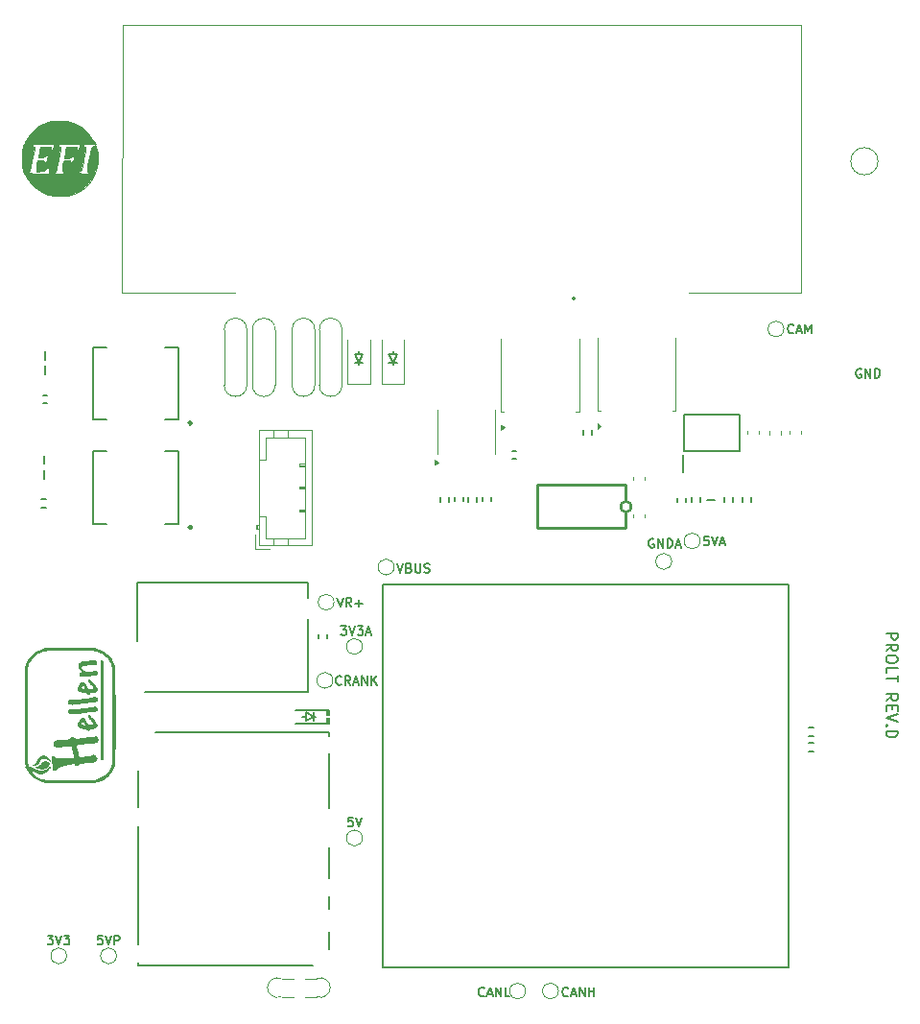
<source format=gto>
G04 #@! TF.GenerationSoftware,KiCad,Pcbnew,8.0.9-8.0.9-0~ubuntu24.04.1*
G04 #@! TF.CreationDate,2025-11-11T04:04:05+00:00*
G04 #@! TF.ProjectId,PROLT,50524f4c-542e-46b6-9963-61645f706362,rev?*
G04 #@! TF.SameCoordinates,Original*
G04 #@! TF.FileFunction,Legend,Top*
G04 #@! TF.FilePolarity,Positive*
%FSLAX46Y46*%
G04 Gerber Fmt 4.6, Leading zero omitted, Abs format (unit mm)*
G04 Created by KiCad (PCBNEW 8.0.9-8.0.9-0~ubuntu24.04.1) date 2025-11-11 04:04:05*
%MOMM*%
%LPD*%
G01*
G04 APERTURE LIST*
%ADD10C,0.150000*%
%ADD11C,0.203200*%
%ADD12C,0.120000*%
%ADD13C,0.200000*%
%ADD14C,0.250000*%
%ADD15C,0.170000*%
%ADD16C,0.100000*%
%ADD17C,0.099060*%
%ADD18C,0.002540*%
%ADD19C,0.000000*%
G04 APERTURE END LIST*
D10*
X29312969Y33805705D02*
X29808207Y33805705D01*
X29808207Y33805705D02*
X29541541Y33500943D01*
X29541541Y33500943D02*
X29655826Y33500943D01*
X29655826Y33500943D02*
X29732017Y33462848D01*
X29732017Y33462848D02*
X29770112Y33424753D01*
X29770112Y33424753D02*
X29808207Y33348562D01*
X29808207Y33348562D02*
X29808207Y33158086D01*
X29808207Y33158086D02*
X29770112Y33081896D01*
X29770112Y33081896D02*
X29732017Y33043800D01*
X29732017Y33043800D02*
X29655826Y33005705D01*
X29655826Y33005705D02*
X29427255Y33005705D01*
X29427255Y33005705D02*
X29351064Y33043800D01*
X29351064Y33043800D02*
X29312969Y33081896D01*
X30036779Y33805705D02*
X30303446Y33005705D01*
X30303446Y33005705D02*
X30570112Y33805705D01*
X30760588Y33805705D02*
X31255826Y33805705D01*
X31255826Y33805705D02*
X30989160Y33500943D01*
X30989160Y33500943D02*
X31103445Y33500943D01*
X31103445Y33500943D02*
X31179636Y33462848D01*
X31179636Y33462848D02*
X31217731Y33424753D01*
X31217731Y33424753D02*
X31255826Y33348562D01*
X31255826Y33348562D02*
X31255826Y33158086D01*
X31255826Y33158086D02*
X31217731Y33081896D01*
X31217731Y33081896D02*
X31179636Y33043800D01*
X31179636Y33043800D02*
X31103445Y33005705D01*
X31103445Y33005705D02*
X30874874Y33005705D01*
X30874874Y33005705D02*
X30798683Y33043800D01*
X30798683Y33043800D02*
X30760588Y33081896D01*
X31560588Y33234277D02*
X31941541Y33234277D01*
X31484398Y33005705D02*
X31751065Y33805705D01*
X31751065Y33805705D02*
X32017731Y33005705D01*
X49346303Y1181896D02*
X49308207Y1143800D01*
X49308207Y1143800D02*
X49193922Y1105705D01*
X49193922Y1105705D02*
X49117731Y1105705D01*
X49117731Y1105705D02*
X49003445Y1143800D01*
X49003445Y1143800D02*
X48927255Y1219991D01*
X48927255Y1219991D02*
X48889160Y1296181D01*
X48889160Y1296181D02*
X48851064Y1448562D01*
X48851064Y1448562D02*
X48851064Y1562848D01*
X48851064Y1562848D02*
X48889160Y1715229D01*
X48889160Y1715229D02*
X48927255Y1791420D01*
X48927255Y1791420D02*
X49003445Y1867610D01*
X49003445Y1867610D02*
X49117731Y1905705D01*
X49117731Y1905705D02*
X49193922Y1905705D01*
X49193922Y1905705D02*
X49308207Y1867610D01*
X49308207Y1867610D02*
X49346303Y1829515D01*
X49651064Y1334277D02*
X50032017Y1334277D01*
X49574874Y1105705D02*
X49841541Y1905705D01*
X49841541Y1905705D02*
X50108207Y1105705D01*
X50374874Y1105705D02*
X50374874Y1905705D01*
X50374874Y1905705D02*
X50832017Y1105705D01*
X50832017Y1105705D02*
X50832017Y1905705D01*
X51212969Y1105705D02*
X51212969Y1905705D01*
X51212969Y1524753D02*
X51670112Y1524753D01*
X51670112Y1105705D02*
X51670112Y1905705D01*
X8270112Y6505705D02*
X7889160Y6505705D01*
X7889160Y6505705D02*
X7851064Y6124753D01*
X7851064Y6124753D02*
X7889160Y6162848D01*
X7889160Y6162848D02*
X7965350Y6200943D01*
X7965350Y6200943D02*
X8155826Y6200943D01*
X8155826Y6200943D02*
X8232017Y6162848D01*
X8232017Y6162848D02*
X8270112Y6124753D01*
X8270112Y6124753D02*
X8308207Y6048562D01*
X8308207Y6048562D02*
X8308207Y5858086D01*
X8308207Y5858086D02*
X8270112Y5781896D01*
X8270112Y5781896D02*
X8232017Y5743800D01*
X8232017Y5743800D02*
X8155826Y5705705D01*
X8155826Y5705705D02*
X7965350Y5705705D01*
X7965350Y5705705D02*
X7889160Y5743800D01*
X7889160Y5743800D02*
X7851064Y5781896D01*
X8536779Y6505705D02*
X8803446Y5705705D01*
X8803446Y5705705D02*
X9070112Y6505705D01*
X9336779Y5705705D02*
X9336779Y6505705D01*
X9336779Y6505705D02*
X9641541Y6505705D01*
X9641541Y6505705D02*
X9717731Y6467610D01*
X9717731Y6467610D02*
X9755826Y6429515D01*
X9755826Y6429515D02*
X9793922Y6353324D01*
X9793922Y6353324D02*
X9793922Y6239039D01*
X9793922Y6239039D02*
X9755826Y6162848D01*
X9755826Y6162848D02*
X9717731Y6124753D01*
X9717731Y6124753D02*
X9641541Y6086658D01*
X9641541Y6086658D02*
X9336779Y6086658D01*
X75208207Y56467610D02*
X75132017Y56505705D01*
X75132017Y56505705D02*
X75017731Y56505705D01*
X75017731Y56505705D02*
X74903445Y56467610D01*
X74903445Y56467610D02*
X74827255Y56391420D01*
X74827255Y56391420D02*
X74789160Y56315229D01*
X74789160Y56315229D02*
X74751064Y56162848D01*
X74751064Y56162848D02*
X74751064Y56048562D01*
X74751064Y56048562D02*
X74789160Y55896181D01*
X74789160Y55896181D02*
X74827255Y55819991D01*
X74827255Y55819991D02*
X74903445Y55743800D01*
X74903445Y55743800D02*
X75017731Y55705705D01*
X75017731Y55705705D02*
X75093922Y55705705D01*
X75093922Y55705705D02*
X75208207Y55743800D01*
X75208207Y55743800D02*
X75246303Y55781896D01*
X75246303Y55781896D02*
X75246303Y56048562D01*
X75246303Y56048562D02*
X75093922Y56048562D01*
X75589160Y55705705D02*
X75589160Y56505705D01*
X75589160Y56505705D02*
X76046303Y55705705D01*
X76046303Y55705705D02*
X76046303Y56505705D01*
X76427255Y55705705D02*
X76427255Y56505705D01*
X76427255Y56505705D02*
X76617731Y56505705D01*
X76617731Y56505705D02*
X76732017Y56467610D01*
X76732017Y56467610D02*
X76808207Y56391420D01*
X76808207Y56391420D02*
X76846302Y56315229D01*
X76846302Y56315229D02*
X76884398Y56162848D01*
X76884398Y56162848D02*
X76884398Y56048562D01*
X76884398Y56048562D02*
X76846302Y55896181D01*
X76846302Y55896181D02*
X76808207Y55819991D01*
X76808207Y55819991D02*
X76732017Y55743800D01*
X76732017Y55743800D02*
X76617731Y55705705D01*
X76617731Y55705705D02*
X76427255Y55705705D01*
X61770112Y41705705D02*
X61389160Y41705705D01*
X61389160Y41705705D02*
X61351064Y41324753D01*
X61351064Y41324753D02*
X61389160Y41362848D01*
X61389160Y41362848D02*
X61465350Y41400943D01*
X61465350Y41400943D02*
X61655826Y41400943D01*
X61655826Y41400943D02*
X61732017Y41362848D01*
X61732017Y41362848D02*
X61770112Y41324753D01*
X61770112Y41324753D02*
X61808207Y41248562D01*
X61808207Y41248562D02*
X61808207Y41058086D01*
X61808207Y41058086D02*
X61770112Y40981896D01*
X61770112Y40981896D02*
X61732017Y40943800D01*
X61732017Y40943800D02*
X61655826Y40905705D01*
X61655826Y40905705D02*
X61465350Y40905705D01*
X61465350Y40905705D02*
X61389160Y40943800D01*
X61389160Y40943800D02*
X61351064Y40981896D01*
X62036779Y41705705D02*
X62303446Y40905705D01*
X62303446Y40905705D02*
X62570112Y41705705D01*
X62798683Y41134277D02*
X63179636Y41134277D01*
X62722493Y40905705D02*
X62989160Y41705705D01*
X62989160Y41705705D02*
X63255826Y40905705D01*
X77430180Y33163221D02*
X78430180Y33163221D01*
X78430180Y33163221D02*
X78430180Y32782269D01*
X78430180Y32782269D02*
X78382561Y32687031D01*
X78382561Y32687031D02*
X78334942Y32639412D01*
X78334942Y32639412D02*
X78239704Y32591793D01*
X78239704Y32591793D02*
X78096847Y32591793D01*
X78096847Y32591793D02*
X78001609Y32639412D01*
X78001609Y32639412D02*
X77953990Y32687031D01*
X77953990Y32687031D02*
X77906371Y32782269D01*
X77906371Y32782269D02*
X77906371Y33163221D01*
X77430180Y31591793D02*
X77906371Y31925126D01*
X77430180Y32163221D02*
X78430180Y32163221D01*
X78430180Y32163221D02*
X78430180Y31782269D01*
X78430180Y31782269D02*
X78382561Y31687031D01*
X78382561Y31687031D02*
X78334942Y31639412D01*
X78334942Y31639412D02*
X78239704Y31591793D01*
X78239704Y31591793D02*
X78096847Y31591793D01*
X78096847Y31591793D02*
X78001609Y31639412D01*
X78001609Y31639412D02*
X77953990Y31687031D01*
X77953990Y31687031D02*
X77906371Y31782269D01*
X77906371Y31782269D02*
X77906371Y32163221D01*
X78430180Y30972745D02*
X78430180Y30782269D01*
X78430180Y30782269D02*
X78382561Y30687031D01*
X78382561Y30687031D02*
X78287323Y30591793D01*
X78287323Y30591793D02*
X78096847Y30544174D01*
X78096847Y30544174D02*
X77763514Y30544174D01*
X77763514Y30544174D02*
X77573038Y30591793D01*
X77573038Y30591793D02*
X77477800Y30687031D01*
X77477800Y30687031D02*
X77430180Y30782269D01*
X77430180Y30782269D02*
X77430180Y30972745D01*
X77430180Y30972745D02*
X77477800Y31067983D01*
X77477800Y31067983D02*
X77573038Y31163221D01*
X77573038Y31163221D02*
X77763514Y31210840D01*
X77763514Y31210840D02*
X78096847Y31210840D01*
X78096847Y31210840D02*
X78287323Y31163221D01*
X78287323Y31163221D02*
X78382561Y31067983D01*
X78382561Y31067983D02*
X78430180Y30972745D01*
X77430180Y29639412D02*
X77430180Y30115602D01*
X77430180Y30115602D02*
X78430180Y30115602D01*
X78430180Y29448935D02*
X78430180Y28877507D01*
X77430180Y29163221D02*
X78430180Y29163221D01*
X77430180Y27210840D02*
X77906371Y27544173D01*
X77430180Y27782268D02*
X78430180Y27782268D01*
X78430180Y27782268D02*
X78430180Y27401316D01*
X78430180Y27401316D02*
X78382561Y27306078D01*
X78382561Y27306078D02*
X78334942Y27258459D01*
X78334942Y27258459D02*
X78239704Y27210840D01*
X78239704Y27210840D02*
X78096847Y27210840D01*
X78096847Y27210840D02*
X78001609Y27258459D01*
X78001609Y27258459D02*
X77953990Y27306078D01*
X77953990Y27306078D02*
X77906371Y27401316D01*
X77906371Y27401316D02*
X77906371Y27782268D01*
X77953990Y26782268D02*
X77953990Y26448935D01*
X77430180Y26306078D02*
X77430180Y26782268D01*
X77430180Y26782268D02*
X78430180Y26782268D01*
X78430180Y26782268D02*
X78430180Y26306078D01*
X78430180Y26020363D02*
X77430180Y25687030D01*
X77430180Y25687030D02*
X78430180Y25353697D01*
X77525419Y25020363D02*
X77477800Y24972744D01*
X77477800Y24972744D02*
X77430180Y25020363D01*
X77430180Y25020363D02*
X77477800Y25067982D01*
X77477800Y25067982D02*
X77525419Y25020363D01*
X77525419Y25020363D02*
X77430180Y25020363D01*
X77430180Y24544173D02*
X78430180Y24544173D01*
X78430180Y24544173D02*
X78430180Y24306078D01*
X78430180Y24306078D02*
X78382561Y24163221D01*
X78382561Y24163221D02*
X78287323Y24067983D01*
X78287323Y24067983D02*
X78192085Y24020364D01*
X78192085Y24020364D02*
X78001609Y23972745D01*
X78001609Y23972745D02*
X77858752Y23972745D01*
X77858752Y23972745D02*
X77668276Y24020364D01*
X77668276Y24020364D02*
X77573038Y24067983D01*
X77573038Y24067983D02*
X77477800Y24163221D01*
X77477800Y24163221D02*
X77430180Y24306078D01*
X77430180Y24306078D02*
X77430180Y24544173D01*
X69246303Y59681896D02*
X69208207Y59643800D01*
X69208207Y59643800D02*
X69093922Y59605705D01*
X69093922Y59605705D02*
X69017731Y59605705D01*
X69017731Y59605705D02*
X68903445Y59643800D01*
X68903445Y59643800D02*
X68827255Y59719991D01*
X68827255Y59719991D02*
X68789160Y59796181D01*
X68789160Y59796181D02*
X68751064Y59948562D01*
X68751064Y59948562D02*
X68751064Y60062848D01*
X68751064Y60062848D02*
X68789160Y60215229D01*
X68789160Y60215229D02*
X68827255Y60291420D01*
X68827255Y60291420D02*
X68903445Y60367610D01*
X68903445Y60367610D02*
X69017731Y60405705D01*
X69017731Y60405705D02*
X69093922Y60405705D01*
X69093922Y60405705D02*
X69208207Y60367610D01*
X69208207Y60367610D02*
X69246303Y60329515D01*
X69551064Y59834277D02*
X69932017Y59834277D01*
X69474874Y59605705D02*
X69741541Y60405705D01*
X69741541Y60405705D02*
X70008207Y59605705D01*
X70274874Y59605705D02*
X70274874Y60405705D01*
X70274874Y60405705D02*
X70541540Y59834277D01*
X70541540Y59834277D02*
X70808207Y60405705D01*
X70808207Y60405705D02*
X70808207Y59605705D01*
X29346303Y28681896D02*
X29308207Y28643800D01*
X29308207Y28643800D02*
X29193922Y28605705D01*
X29193922Y28605705D02*
X29117731Y28605705D01*
X29117731Y28605705D02*
X29003445Y28643800D01*
X29003445Y28643800D02*
X28927255Y28719991D01*
X28927255Y28719991D02*
X28889160Y28796181D01*
X28889160Y28796181D02*
X28851064Y28948562D01*
X28851064Y28948562D02*
X28851064Y29062848D01*
X28851064Y29062848D02*
X28889160Y29215229D01*
X28889160Y29215229D02*
X28927255Y29291420D01*
X28927255Y29291420D02*
X29003445Y29367610D01*
X29003445Y29367610D02*
X29117731Y29405705D01*
X29117731Y29405705D02*
X29193922Y29405705D01*
X29193922Y29405705D02*
X29308207Y29367610D01*
X29308207Y29367610D02*
X29346303Y29329515D01*
X30146303Y28605705D02*
X29879636Y28986658D01*
X29689160Y28605705D02*
X29689160Y29405705D01*
X29689160Y29405705D02*
X29993922Y29405705D01*
X29993922Y29405705D02*
X30070112Y29367610D01*
X30070112Y29367610D02*
X30108207Y29329515D01*
X30108207Y29329515D02*
X30146303Y29253324D01*
X30146303Y29253324D02*
X30146303Y29139039D01*
X30146303Y29139039D02*
X30108207Y29062848D01*
X30108207Y29062848D02*
X30070112Y29024753D01*
X30070112Y29024753D02*
X29993922Y28986658D01*
X29993922Y28986658D02*
X29689160Y28986658D01*
X30451064Y28834277D02*
X30832017Y28834277D01*
X30374874Y28605705D02*
X30641541Y29405705D01*
X30641541Y29405705D02*
X30908207Y28605705D01*
X31174874Y28605705D02*
X31174874Y29405705D01*
X31174874Y29405705D02*
X31632017Y28605705D01*
X31632017Y28605705D02*
X31632017Y29405705D01*
X32012969Y28605705D02*
X32012969Y29405705D01*
X32470112Y28605705D02*
X32127254Y29062848D01*
X32470112Y29405705D02*
X32012969Y28948562D01*
X28974874Y36305705D02*
X29241541Y35505705D01*
X29241541Y35505705D02*
X29508207Y36305705D01*
X30232017Y35505705D02*
X29965350Y35886658D01*
X29774874Y35505705D02*
X29774874Y36305705D01*
X29774874Y36305705D02*
X30079636Y36305705D01*
X30079636Y36305705D02*
X30155826Y36267610D01*
X30155826Y36267610D02*
X30193921Y36229515D01*
X30193921Y36229515D02*
X30232017Y36153324D01*
X30232017Y36153324D02*
X30232017Y36039039D01*
X30232017Y36039039D02*
X30193921Y35962848D01*
X30193921Y35962848D02*
X30155826Y35924753D01*
X30155826Y35924753D02*
X30079636Y35886658D01*
X30079636Y35886658D02*
X29774874Y35886658D01*
X30574874Y35810467D02*
X31184398Y35810467D01*
X30879636Y35505705D02*
X30879636Y36115229D01*
X3412969Y6505705D02*
X3908207Y6505705D01*
X3908207Y6505705D02*
X3641541Y6200943D01*
X3641541Y6200943D02*
X3755826Y6200943D01*
X3755826Y6200943D02*
X3832017Y6162848D01*
X3832017Y6162848D02*
X3870112Y6124753D01*
X3870112Y6124753D02*
X3908207Y6048562D01*
X3908207Y6048562D02*
X3908207Y5858086D01*
X3908207Y5858086D02*
X3870112Y5781896D01*
X3870112Y5781896D02*
X3832017Y5743800D01*
X3832017Y5743800D02*
X3755826Y5705705D01*
X3755826Y5705705D02*
X3527255Y5705705D01*
X3527255Y5705705D02*
X3451064Y5743800D01*
X3451064Y5743800D02*
X3412969Y5781896D01*
X4136779Y6505705D02*
X4403446Y5705705D01*
X4403446Y5705705D02*
X4670112Y6505705D01*
X4860588Y6505705D02*
X5355826Y6505705D01*
X5355826Y6505705D02*
X5089160Y6200943D01*
X5089160Y6200943D02*
X5203445Y6200943D01*
X5203445Y6200943D02*
X5279636Y6162848D01*
X5279636Y6162848D02*
X5317731Y6124753D01*
X5317731Y6124753D02*
X5355826Y6048562D01*
X5355826Y6048562D02*
X5355826Y5858086D01*
X5355826Y5858086D02*
X5317731Y5781896D01*
X5317731Y5781896D02*
X5279636Y5743800D01*
X5279636Y5743800D02*
X5203445Y5705705D01*
X5203445Y5705705D02*
X4974874Y5705705D01*
X4974874Y5705705D02*
X4898683Y5743800D01*
X4898683Y5743800D02*
X4860588Y5781896D01*
X56908207Y41467610D02*
X56832017Y41505705D01*
X56832017Y41505705D02*
X56717731Y41505705D01*
X56717731Y41505705D02*
X56603445Y41467610D01*
X56603445Y41467610D02*
X56527255Y41391420D01*
X56527255Y41391420D02*
X56489160Y41315229D01*
X56489160Y41315229D02*
X56451064Y41162848D01*
X56451064Y41162848D02*
X56451064Y41048562D01*
X56451064Y41048562D02*
X56489160Y40896181D01*
X56489160Y40896181D02*
X56527255Y40819991D01*
X56527255Y40819991D02*
X56603445Y40743800D01*
X56603445Y40743800D02*
X56717731Y40705705D01*
X56717731Y40705705D02*
X56793922Y40705705D01*
X56793922Y40705705D02*
X56908207Y40743800D01*
X56908207Y40743800D02*
X56946303Y40781896D01*
X56946303Y40781896D02*
X56946303Y41048562D01*
X56946303Y41048562D02*
X56793922Y41048562D01*
X57289160Y40705705D02*
X57289160Y41505705D01*
X57289160Y41505705D02*
X57746303Y40705705D01*
X57746303Y40705705D02*
X57746303Y41505705D01*
X58127255Y40705705D02*
X58127255Y41505705D01*
X58127255Y41505705D02*
X58317731Y41505705D01*
X58317731Y41505705D02*
X58432017Y41467610D01*
X58432017Y41467610D02*
X58508207Y41391420D01*
X58508207Y41391420D02*
X58546302Y41315229D01*
X58546302Y41315229D02*
X58584398Y41162848D01*
X58584398Y41162848D02*
X58584398Y41048562D01*
X58584398Y41048562D02*
X58546302Y40896181D01*
X58546302Y40896181D02*
X58508207Y40819991D01*
X58508207Y40819991D02*
X58432017Y40743800D01*
X58432017Y40743800D02*
X58317731Y40705705D01*
X58317731Y40705705D02*
X58127255Y40705705D01*
X58889159Y40934277D02*
X59270112Y40934277D01*
X58812969Y40705705D02*
X59079636Y41505705D01*
X59079636Y41505705D02*
X59346302Y40705705D01*
X34274874Y39305705D02*
X34541541Y38505705D01*
X34541541Y38505705D02*
X34808207Y39305705D01*
X35341540Y38924753D02*
X35455826Y38886658D01*
X35455826Y38886658D02*
X35493921Y38848562D01*
X35493921Y38848562D02*
X35532017Y38772372D01*
X35532017Y38772372D02*
X35532017Y38658086D01*
X35532017Y38658086D02*
X35493921Y38581896D01*
X35493921Y38581896D02*
X35455826Y38543800D01*
X35455826Y38543800D02*
X35379636Y38505705D01*
X35379636Y38505705D02*
X35074874Y38505705D01*
X35074874Y38505705D02*
X35074874Y39305705D01*
X35074874Y39305705D02*
X35341540Y39305705D01*
X35341540Y39305705D02*
X35417731Y39267610D01*
X35417731Y39267610D02*
X35455826Y39229515D01*
X35455826Y39229515D02*
X35493921Y39153324D01*
X35493921Y39153324D02*
X35493921Y39077134D01*
X35493921Y39077134D02*
X35455826Y39000943D01*
X35455826Y39000943D02*
X35417731Y38962848D01*
X35417731Y38962848D02*
X35341540Y38924753D01*
X35341540Y38924753D02*
X35074874Y38924753D01*
X35874874Y39305705D02*
X35874874Y38658086D01*
X35874874Y38658086D02*
X35912969Y38581896D01*
X35912969Y38581896D02*
X35951064Y38543800D01*
X35951064Y38543800D02*
X36027255Y38505705D01*
X36027255Y38505705D02*
X36179636Y38505705D01*
X36179636Y38505705D02*
X36255826Y38543800D01*
X36255826Y38543800D02*
X36293921Y38581896D01*
X36293921Y38581896D02*
X36332017Y38658086D01*
X36332017Y38658086D02*
X36332017Y39305705D01*
X36674873Y38543800D02*
X36789159Y38505705D01*
X36789159Y38505705D02*
X36979635Y38505705D01*
X36979635Y38505705D02*
X37055826Y38543800D01*
X37055826Y38543800D02*
X37093921Y38581896D01*
X37093921Y38581896D02*
X37132016Y38658086D01*
X37132016Y38658086D02*
X37132016Y38734277D01*
X37132016Y38734277D02*
X37093921Y38810467D01*
X37093921Y38810467D02*
X37055826Y38848562D01*
X37055826Y38848562D02*
X36979635Y38886658D01*
X36979635Y38886658D02*
X36827254Y38924753D01*
X36827254Y38924753D02*
X36751064Y38962848D01*
X36751064Y38962848D02*
X36712969Y39000943D01*
X36712969Y39000943D02*
X36674873Y39077134D01*
X36674873Y39077134D02*
X36674873Y39153324D01*
X36674873Y39153324D02*
X36712969Y39229515D01*
X36712969Y39229515D02*
X36751064Y39267610D01*
X36751064Y39267610D02*
X36827254Y39305705D01*
X36827254Y39305705D02*
X37017731Y39305705D01*
X37017731Y39305705D02*
X37132016Y39267610D01*
X41946303Y1181896D02*
X41908207Y1143800D01*
X41908207Y1143800D02*
X41793922Y1105705D01*
X41793922Y1105705D02*
X41717731Y1105705D01*
X41717731Y1105705D02*
X41603445Y1143800D01*
X41603445Y1143800D02*
X41527255Y1219991D01*
X41527255Y1219991D02*
X41489160Y1296181D01*
X41489160Y1296181D02*
X41451064Y1448562D01*
X41451064Y1448562D02*
X41451064Y1562848D01*
X41451064Y1562848D02*
X41489160Y1715229D01*
X41489160Y1715229D02*
X41527255Y1791420D01*
X41527255Y1791420D02*
X41603445Y1867610D01*
X41603445Y1867610D02*
X41717731Y1905705D01*
X41717731Y1905705D02*
X41793922Y1905705D01*
X41793922Y1905705D02*
X41908207Y1867610D01*
X41908207Y1867610D02*
X41946303Y1829515D01*
X42251064Y1334277D02*
X42632017Y1334277D01*
X42174874Y1105705D02*
X42441541Y1905705D01*
X42441541Y1905705D02*
X42708207Y1105705D01*
X42974874Y1105705D02*
X42974874Y1905705D01*
X42974874Y1905705D02*
X43432017Y1105705D01*
X43432017Y1105705D02*
X43432017Y1905705D01*
X44193921Y1105705D02*
X43812969Y1105705D01*
X43812969Y1105705D02*
X43812969Y1905705D01*
X30370112Y16905705D02*
X29989160Y16905705D01*
X29989160Y16905705D02*
X29951064Y16524753D01*
X29951064Y16524753D02*
X29989160Y16562848D01*
X29989160Y16562848D02*
X30065350Y16600943D01*
X30065350Y16600943D02*
X30255826Y16600943D01*
X30255826Y16600943D02*
X30332017Y16562848D01*
X30332017Y16562848D02*
X30370112Y16524753D01*
X30370112Y16524753D02*
X30408207Y16448562D01*
X30408207Y16448562D02*
X30408207Y16258086D01*
X30408207Y16258086D02*
X30370112Y16181896D01*
X30370112Y16181896D02*
X30332017Y16143800D01*
X30332017Y16143800D02*
X30255826Y16105705D01*
X30255826Y16105705D02*
X30065350Y16105705D01*
X30065350Y16105705D02*
X29989160Y16143800D01*
X29989160Y16143800D02*
X29951064Y16181896D01*
X30636779Y16905705D02*
X30903446Y16105705D01*
X30903446Y16105705D02*
X31170112Y16905705D01*
D11*
G04 #@! TO.C,R9*
X38065005Y44773405D02*
X38065015Y45173405D01*
X38810840Y44772349D02*
X38810851Y45172348D01*
D12*
G04 #@! TO.C,TP1*
X28700000Y35900000D02*
G75*
G02*
X27300000Y35900000I-700000J0D01*
G01*
X27300000Y35900000D02*
G75*
G02*
X28700000Y35900000I700000J0D01*
G01*
D13*
G04 #@! TO.C,C1*
X61580014Y44950000D02*
X62329999Y44950000D01*
G04 #@! TO.C,C26*
X3109999Y48849986D02*
X3109999Y48100001D01*
D11*
G04 #@! TO.C,R15*
X71000000Y22725005D02*
X70600000Y22725015D01*
X71001056Y23470840D02*
X70601057Y23470851D01*
D12*
G04 #@! TO.C,F7*
X27400000Y59900000D02*
X27400000Y55050000D01*
X29400000Y59900000D02*
X29400000Y55050000D01*
X27400000Y59950000D02*
G75*
G02*
X29400000Y59950000I1000000J0D01*
G01*
X29400000Y55050000D02*
G75*
G02*
X27400000Y55050000I-1000000J0D01*
G01*
G04 #@! TO.C,TP11*
X5100000Y4700000D02*
G75*
G02*
X3700000Y4700000I-700000J0D01*
G01*
X3700000Y4700000D02*
G75*
G02*
X5100000Y4700000I700000J0D01*
G01*
G04 #@! TO.C,C29*
X55090000Y46659420D02*
X55090000Y46940580D01*
X56110000Y46659420D02*
X56110000Y46940580D01*
D13*
G04 #@! TO.C,IC1*
X59485000Y47350000D02*
X59485000Y48875000D01*
X59615000Y52425000D02*
X64515000Y52425000D01*
X59615000Y49225000D02*
X59615000Y52425000D01*
X64515000Y52425000D02*
X64515000Y49225000D01*
X64515000Y49225000D02*
X59615000Y49225000D01*
D11*
G04 #@! TO.C,R12*
X3300000Y44225005D02*
X2900000Y44225015D01*
X3301056Y44970840D02*
X2901057Y44970851D01*
D13*
G04 #@! TO.C,C13*
X3209999Y58049986D02*
X3209999Y57300001D01*
D11*
G04 #@! TO.C,R14*
X70598944Y24129160D02*
X70998943Y24129149D01*
X70600000Y24874995D02*
X71000000Y24874985D01*
D12*
G04 #@! TO.C,Q1*
X43425000Y59150000D02*
X43425000Y52730000D01*
X43425000Y52730000D02*
X43695000Y52730000D01*
X50325000Y59150000D02*
X50325000Y52730000D01*
X50325000Y52730000D02*
X50055000Y52730000D01*
X43735000Y51310000D02*
X43405000Y51070000D01*
X43405000Y51550000D01*
X43735000Y51310000D01*
G36*
X43735000Y51310000D02*
G01*
X43405000Y51070000D01*
X43405000Y51550000D01*
X43735000Y51310000D01*
G37*
D14*
G04 #@! TO.C,U2*
X46650000Y42420000D02*
X46650000Y46230000D01*
X54460000Y46230000D02*
X46650000Y46230000D01*
X54460000Y46070000D02*
X54460000Y46230000D01*
X54460000Y46070000D02*
X54460000Y44800000D01*
X54460000Y43840000D02*
X54460000Y42570000D01*
X54460000Y42570000D02*
X54460000Y42420000D01*
X54460000Y42420000D02*
X46650000Y42420000D01*
X54468203Y44799928D02*
G75*
G02*
X54460000Y44800000I-8227J-469928D01*
G01*
D12*
G04 #@! TO.C,TP9*
X9500000Y4700000D02*
G75*
G02*
X8100000Y4700000I-700000J0D01*
G01*
X8100000Y4700000D02*
G75*
G02*
X9500000Y4700000I700000J0D01*
G01*
D13*
G04 #@! TO.C,IC3*
X7450000Y49200000D02*
X8600000Y49200000D01*
X7450000Y42800000D02*
X7450000Y49200000D01*
X8600000Y42800000D02*
X7450000Y42800000D01*
X13800000Y49200000D02*
X14950000Y49200000D01*
X14950000Y49200000D02*
X14950000Y42800000D01*
X14950000Y42800000D02*
X13800000Y42800000D01*
D14*
X16125000Y42500000D02*
G75*
G02*
X15875000Y42500000I-125000J0D01*
G01*
X15875000Y42500000D02*
G75*
G02*
X16125000Y42500000I125000J0D01*
G01*
D15*
G04 #@! TO.C,D3*
X26198502Y26162502D02*
X26198502Y25462502D01*
X26198502Y25812502D02*
X25898502Y25812502D01*
X26898502Y26162502D02*
X26898502Y25462502D01*
X26898502Y25812502D02*
X26198502Y26162502D01*
X26898502Y25812502D02*
X26198502Y25462502D01*
X27098502Y25812502D02*
X26898502Y25812502D01*
D10*
X28098502Y26362502D02*
X28099499Y25966497D01*
X28098502Y25658507D02*
X28098502Y25212502D01*
X28226499Y26387497D02*
X25298502Y26387497D01*
X28226499Y26387497D02*
X28226499Y25966497D01*
X28226499Y26066502D02*
X28098502Y26066502D01*
X28226499Y25658507D02*
X28226499Y25212502D01*
X28226499Y25558502D02*
X28099499Y25558502D01*
X28226499Y25212502D02*
X25298501Y25212502D01*
D11*
G04 #@! TO.C,R1*
X44398944Y48529160D02*
X44798943Y48529149D01*
X44400000Y49274995D02*
X44800000Y49274985D01*
D12*
G04 #@! TO.C,TP14*
X58500000Y39500000D02*
G75*
G02*
X57100000Y39500000I-700000J0D01*
G01*
X57100000Y39500000D02*
G75*
G02*
X58500000Y39500000I700000J0D01*
G01*
D13*
G04 #@! TO.C,C27*
X3109999Y47549986D02*
X3109999Y46800001D01*
D11*
G04 #@! TO.C,R13*
X27325005Y32700000D02*
X27325015Y33100000D01*
X28070840Y32698944D02*
X28070851Y33098943D01*
D12*
G04 #@! TO.C,J2*
X21740000Y41890000D02*
X21740000Y40640000D01*
X21740000Y40640000D02*
X22990000Y40640000D01*
X21840000Y42700000D02*
X21840000Y42400000D01*
X21840000Y42400000D02*
X22040000Y42400000D01*
X21940000Y42700000D02*
X21940000Y42400000D01*
X22040000Y51060000D02*
X22040000Y40940000D01*
X22040000Y43500000D02*
X22650000Y43500000D01*
X22040000Y42700000D02*
X21840000Y42700000D01*
X22040000Y40940000D02*
X26760000Y40940000D01*
X22650000Y50450000D02*
X22650000Y48500000D01*
X22650000Y48500000D02*
X22040000Y48500000D01*
X22650000Y43500000D02*
X22650000Y41550000D01*
X22650000Y41550000D02*
X26150000Y41550000D01*
X23350000Y51060000D02*
X23350000Y50450000D01*
X23350000Y40940000D02*
X23350000Y41550000D01*
X24650000Y51060000D02*
X24650000Y50450000D01*
X24650000Y40940000D02*
X24650000Y41550000D01*
X25650000Y48100000D02*
X26150000Y48100000D01*
X25650000Y47900000D02*
X25650000Y48100000D01*
X25650000Y46100000D02*
X26150000Y46100000D01*
X25650000Y45900000D02*
X25650000Y46100000D01*
X25650000Y44100000D02*
X26150000Y44100000D01*
X25650000Y43900000D02*
X25650000Y44100000D01*
X26150000Y50450000D02*
X22650000Y50450000D01*
X26150000Y48000000D02*
X25650000Y48000000D01*
X26150000Y47900000D02*
X25650000Y47900000D01*
X26150000Y46000000D02*
X25650000Y46000000D01*
X26150000Y45900000D02*
X25650000Y45900000D01*
X26150000Y44000000D02*
X25650000Y44000000D01*
X26150000Y43900000D02*
X25650000Y43900000D01*
X26150000Y41550000D02*
X26150000Y50450000D01*
X26760000Y51060000D02*
X22040000Y51060000D01*
X26760000Y40940000D02*
X26760000Y51060000D01*
D13*
G04 #@! TO.C,M1*
X33000000Y3700000D02*
X33000000Y37500010D01*
X68799990Y37500010D02*
X33000000Y37500010D01*
X68799990Y3700000D02*
X33000000Y3700000D01*
X68799990Y3700000D02*
X68799990Y37500000D01*
D11*
G04 #@! TO.C,R2*
X50729160Y51101056D02*
X50729149Y50701057D01*
X51474995Y51100000D02*
X51474985Y50700000D01*
D12*
G04 #@! TO.C,TP3*
X28600000Y29000000D02*
G75*
G02*
X27200000Y29000000I-700000J0D01*
G01*
X27200000Y29000000D02*
G75*
G02*
X28600000Y29000000I700000J0D01*
G01*
D11*
G04 #@! TO.C,R5*
X58990005Y44725000D02*
X58990015Y45125000D01*
X59735840Y44723944D02*
X59735851Y45123943D01*
G04 #@! TO.C,R21*
X39329160Y45201056D02*
X39329149Y44801057D01*
X40074995Y45200000D02*
X40074985Y44800000D01*
D12*
G04 #@! TO.C,TP12*
X31200000Y32000000D02*
G75*
G02*
X29800000Y32000000I-700000J0D01*
G01*
X29800000Y32000000D02*
G75*
G02*
X31200000Y32000000I700000J0D01*
G01*
D16*
G04 #@! TO.C,J1*
X10000000Y63200000D02*
X20000000Y63200000D01*
X10045000Y86850000D02*
X10000000Y63200000D01*
D13*
X49750000Y62700000D02*
X49750000Y62700000D01*
X49950000Y62700000D02*
X49950000Y62700000D01*
D16*
X60000000Y63200000D02*
X69955000Y63200000D01*
X69955000Y86850000D02*
X10045000Y86850000D01*
X69955000Y63200000D02*
X69955000Y86850000D01*
D13*
X49750000Y62700000D02*
G75*
G02*
X49950000Y62700000I100000J0D01*
G01*
X49950000Y62700000D02*
G75*
G02*
X49750000Y62700000I-100000J0D01*
G01*
G04 #@! TO.C,IC2*
X7450000Y58400000D02*
X8600000Y58400000D01*
X7450000Y52000000D02*
X7450000Y58400000D01*
X8600000Y52000000D02*
X7450000Y52000000D01*
X13800000Y58400000D02*
X14950000Y58400000D01*
X14950000Y58400000D02*
X14950000Y52000000D01*
X14950000Y52000000D02*
X13800000Y52000000D01*
D14*
X16125000Y51700000D02*
G75*
G02*
X15875000Y51700000I-125000J0D01*
G01*
X15875000Y51700000D02*
G75*
G02*
X16125000Y51700000I125000J0D01*
G01*
D12*
G04 #@! TO.C,TP5*
X48500000Y1600000D02*
G75*
G02*
X47100000Y1600000I-700000J0D01*
G01*
X47100000Y1600000D02*
G75*
G02*
X48500000Y1600000I700000J0D01*
G01*
G04 #@! TO.C,TP6*
X45600000Y1600000D02*
G75*
G02*
X44200000Y1600000I-700000J0D01*
G01*
X44200000Y1600000D02*
G75*
G02*
X45600000Y1600000I700000J0D01*
G01*
G04 #@! TO.C,TP4*
X68400000Y60000000D02*
G75*
G02*
X67000000Y60000000I-700000J0D01*
G01*
X67000000Y60000000D02*
G75*
G02*
X68400000Y60000000I700000J0D01*
G01*
G04 #@! TO.C,F2*
X67090000Y51037779D02*
X67090000Y50712221D01*
X68110000Y51037779D02*
X68110000Y50712221D01*
G04 #@! TO.C,U4*
X37815000Y50950000D02*
X37815000Y52900000D01*
X37815000Y50950000D02*
X37815000Y49000000D01*
X42935000Y50950000D02*
X42935000Y52900000D01*
X42935000Y50950000D02*
X42935000Y49000000D01*
X37910000Y48250000D02*
X37580000Y48010000D01*
X37580000Y48490000D01*
X37910000Y48250000D01*
G36*
X37910000Y48250000D02*
G01*
X37580000Y48010000D01*
X37580000Y48490000D01*
X37910000Y48250000D01*
G37*
G04 #@! TO.C,F5*
X21500000Y59900000D02*
X21500000Y55050000D01*
X23500000Y59900000D02*
X23500000Y55050000D01*
X21500000Y59950000D02*
G75*
G02*
X23500000Y59950000I1000000J0D01*
G01*
X23500000Y55050000D02*
G75*
G02*
X21500000Y55050000I-1000000J0D01*
G01*
G04 #@! TO.C,TP10*
X61000000Y41300000D02*
G75*
G02*
X59600000Y41300000I-700000J0D01*
G01*
X59600000Y41300000D02*
G75*
G02*
X61000000Y41300000I700000J0D01*
G01*
D17*
G04 #@! TO.C,R16*
X24076000Y2700000D02*
X25092000Y2700000D01*
X25092000Y1100000D02*
X24076000Y1100000D01*
X26108000Y2700000D02*
X27124000Y2700000D01*
X27124000Y1100000D02*
X26108000Y1100000D01*
D12*
X24016398Y1096505D02*
G75*
G02*
X24025000Y2700000I-321398J803495D01*
G01*
X27175000Y2700000D02*
G75*
G02*
X27179000Y1098362I330000J-800000D01*
G01*
D11*
G04 #@! TO.C,R11*
X3400000Y53425005D02*
X3000000Y53425015D01*
X3401056Y54170840D02*
X3001057Y54170851D01*
D12*
G04 #@! TO.C,TP8*
X31200000Y15100000D02*
G75*
G02*
X29800000Y15100000I-700000J0D01*
G01*
X29800000Y15100000D02*
G75*
G02*
X31200000Y15100000I700000J0D01*
G01*
G04 #@! TO.C,D2*
X29900000Y55150000D02*
X29900000Y59050000D01*
X29900000Y55150000D02*
X31900000Y55150000D01*
D15*
X30900000Y57750000D02*
X30900000Y58050000D01*
X30900000Y57050000D02*
X30550000Y57750000D01*
X30900000Y57050000D02*
X31250000Y57750000D01*
X30900000Y56850000D02*
X30900000Y57050000D01*
X31250000Y57750000D02*
X30550000Y57750000D01*
X31250000Y57050000D02*
X30550000Y57050000D01*
D12*
X31900000Y55150000D02*
X31900000Y59050000D01*
G04 #@! TO.C,F4*
X19000000Y59900000D02*
X19000000Y55050000D01*
X21000000Y59900000D02*
X21000000Y55050000D01*
X19000000Y59950000D02*
G75*
G02*
X21000000Y59950000I1000000J0D01*
G01*
X21000000Y55050000D02*
G75*
G02*
X19000000Y55050000I-1000000J0D01*
G01*
G04 #@! TO.C,TP7*
X34000000Y39000000D02*
G75*
G02*
X32600000Y39000000I-700000J0D01*
G01*
X32600000Y39000000D02*
G75*
G02*
X34000000Y39000000I700000J0D01*
G01*
G04 #@! TO.C,D1*
X32900000Y55150000D02*
X32900000Y59050000D01*
X32900000Y55150000D02*
X34900000Y55150000D01*
D15*
X33900000Y57750000D02*
X33900000Y58050000D01*
X33900000Y57050000D02*
X33550000Y57750000D01*
X33900000Y57050000D02*
X34250000Y57750000D01*
X33900000Y56850000D02*
X33900000Y57050000D01*
X34250000Y57750000D02*
X33550000Y57750000D01*
X34250000Y57050000D02*
X33550000Y57050000D01*
D12*
X34900000Y55150000D02*
X34900000Y59050000D01*
G04 #@! TO.C,F3*
X68890000Y51050279D02*
X68890000Y50724721D01*
X69910000Y51050279D02*
X69910000Y50724721D01*
D11*
G04 #@! TO.C,R7*
X64755005Y44750000D02*
X64755015Y45150000D01*
X65500840Y44748944D02*
X65500851Y45148943D01*
G04 #@! TO.C,R8*
X63155005Y44750000D02*
X63155015Y45150000D01*
X63900840Y44748944D02*
X63900851Y45148943D01*
D12*
G04 #@! TO.C,C30*
X55090000Y43640580D02*
X55090000Y43359420D01*
X56110000Y43640580D02*
X56110000Y43359420D01*
D11*
G04 #@! TO.C,R22*
X41829160Y45201056D02*
X41829149Y44801057D01*
X42574995Y45200000D02*
X42574985Y44800000D01*
D12*
G04 #@! TO.C,Q2*
X51952500Y59250000D02*
X51952500Y52830000D01*
X51952500Y52830000D02*
X52222500Y52830000D01*
X58852500Y59250000D02*
X58852500Y52830000D01*
X58852500Y52830000D02*
X58582500Y52830000D01*
X52262500Y51410000D02*
X51932500Y51170000D01*
X51932500Y51650000D01*
X52262500Y51410000D01*
G36*
X52262500Y51410000D02*
G01*
X51932500Y51170000D01*
X51932500Y51650000D01*
X52262500Y51410000D01*
G37*
G04 #@! TO.C,F6*
X25000000Y59900000D02*
X25000000Y55050000D01*
X27000000Y59900000D02*
X27000000Y55050000D01*
X25000000Y59950000D02*
G75*
G02*
X27000000Y59950000I1000000J0D01*
G01*
X27000000Y55050000D02*
G75*
G02*
X25000000Y55050000I-1000000J0D01*
G01*
D13*
G04 #@! TO.C,C14*
X3209999Y56749986D02*
X3209999Y56000001D01*
D18*
G04 #@! TO.C,G1*
X4878460Y78340100D02*
X5180720Y78324860D01*
X5409320Y78289300D01*
X5617600Y78223260D01*
X5853820Y78116580D01*
X5940180Y78073400D01*
X6476120Y77735580D01*
X6979040Y77288540D01*
X7387980Y76783080D01*
X7456560Y76671320D01*
X7647060Y76353820D01*
X7139060Y76353820D01*
X6826640Y76341120D01*
X6648840Y76295400D01*
X6585340Y76229360D01*
X6600580Y76120140D01*
X6671700Y76102360D01*
X6763140Y76059180D01*
X6765680Y75906780D01*
X6758060Y75868680D01*
X6722500Y75685800D01*
X6669160Y75386080D01*
X6600580Y75017780D01*
X6562480Y74796800D01*
X6483740Y74395480D01*
X6415160Y74133860D01*
X6346580Y73984000D01*
X6270380Y73923040D01*
X6260220Y73920500D01*
X6247520Y73915420D01*
X6115440Y73859540D01*
X6123060Y73801120D01*
X6262760Y73755400D01*
X6519300Y73732540D01*
X6615820Y73730000D01*
X6887600Y73742700D01*
X7070480Y73775720D01*
X7123820Y73813820D01*
X7055240Y73890020D01*
X6996820Y73900180D01*
X6935860Y73905260D01*
X6897760Y73935740D01*
X6887600Y74017020D01*
X6902840Y74177040D01*
X6946020Y74438660D01*
X7022220Y74827280D01*
X7073020Y75081280D01*
X7177160Y75563880D01*
X7273680Y75894080D01*
X7354960Y76064260D01*
X7385440Y76087120D01*
X7532760Y76181100D01*
X7563240Y76216660D01*
X7626740Y76224280D01*
X7700400Y76092200D01*
X7774060Y75850900D01*
X7835020Y75533400D01*
X7852800Y75396240D01*
X7850260Y74700280D01*
X7695320Y74009400D01*
X7395600Y73356620D01*
X6966340Y72780040D01*
X6813940Y72622560D01*
X6300860Y72206000D01*
X5775080Y71929140D01*
X5188340Y71774200D01*
X4627000Y71725940D01*
X4032640Y71731020D01*
X3572900Y71799600D01*
X3443360Y71835160D01*
X2765180Y72137420D01*
X2178440Y72581920D01*
X1680600Y73168660D01*
X1391040Y73653800D01*
X1312891Y73813820D01*
X1579000Y73813820D01*
X1634880Y73775720D01*
X1850780Y73747780D01*
X2221620Y73732540D01*
X2546740Y73730000D01*
X3567820Y73730000D01*
X3567820Y73813820D01*
X3908180Y73813820D01*
X3984380Y73770640D01*
X4185040Y73740160D01*
X4416180Y73730000D01*
X4685420Y73742700D01*
X4868300Y73775720D01*
X4924180Y73813820D01*
X4853060Y73887480D01*
X4787020Y73900180D01*
X4705740Y73925580D01*
X4680340Y74032260D01*
X4703200Y74258320D01*
X4708280Y74291340D01*
X4754000Y74552960D01*
X4797180Y74751080D01*
X4812420Y74799340D01*
X4908940Y74870460D01*
X5084200Y74911100D01*
X5274700Y74911100D01*
X5406780Y74873000D01*
X5432180Y74829820D01*
X5472820Y74740920D01*
X5566800Y74758700D01*
X5665860Y74862840D01*
X5709040Y74979680D01*
X5729360Y75193040D01*
X5678560Y75254000D01*
X5582040Y75185420D01*
X5432180Y75116840D01*
X5208660Y75086360D01*
X5190880Y75083820D01*
X4901320Y75083820D01*
X4959740Y75525780D01*
X5000380Y75787400D01*
X5041020Y75977900D01*
X5058800Y76033780D01*
X5160400Y76069340D01*
X5378840Y76094740D01*
X5571880Y76099820D01*
X5841120Y76092200D01*
X5973200Y76061720D01*
X6001140Y76000760D01*
X5993520Y75975360D01*
X6003680Y75863600D01*
X6059560Y75845820D01*
X6151000Y75922020D01*
X6209420Y76097280D01*
X6211960Y76099820D01*
X6247520Y76353820D01*
X5289940Y76353820D01*
X4865760Y76351280D01*
X4583820Y76338580D01*
X4418720Y76313180D01*
X4345060Y76272540D01*
X4329820Y76226820D01*
X4398400Y76115060D01*
X4456820Y76099820D01*
X4515240Y76104900D01*
X4553340Y76097280D01*
X4568580Y76054100D01*
X4560960Y75949960D01*
X4525400Y75754380D01*
X4464440Y75447040D01*
X4373000Y75000000D01*
X4291720Y74603760D01*
X4225680Y74271020D01*
X4179960Y74037340D01*
X4162180Y73933200D01*
X4162180Y73930660D01*
X4091060Y73902720D01*
X4035180Y73900180D01*
X3961520Y73872240D01*
X3920880Y73854460D01*
X3908180Y73813820D01*
X3567820Y73813820D01*
X3567820Y73984000D01*
X3529720Y74187200D01*
X3440820Y74238000D01*
X3329060Y74174500D01*
X3313820Y74118620D01*
X3240160Y74050040D01*
X3054740Y73981460D01*
X2821060Y73928120D01*
X2595000Y73900180D01*
X2437520Y73912880D01*
X2409580Y73930660D01*
X2394340Y74032260D01*
X2401960Y74250700D01*
X2422280Y74446280D01*
X2480700Y74916180D01*
X2813440Y74916180D01*
X3021720Y74895860D01*
X3138560Y74842520D01*
X3146180Y74824740D01*
X3179200Y74740920D01*
X3255400Y74776480D01*
X3344300Y74895860D01*
X3407800Y75068580D01*
X3407800Y75071120D01*
X3425580Y75264160D01*
X3369700Y75337820D01*
X3346840Y75337820D01*
X3240160Y75289560D01*
X3230000Y75254000D01*
X3153800Y75200660D01*
X2968380Y75170180D01*
X2904880Y75170180D01*
X2582300Y75170180D01*
X2666120Y75635000D01*
X2749940Y76102360D01*
X3252860Y76099820D01*
X3534800Y76094740D01*
X3679580Y76066800D01*
X3715140Y76008380D01*
X3707520Y75972820D01*
X3717680Y75863600D01*
X3773560Y75845820D01*
X3865000Y75922020D01*
X3923420Y76097280D01*
X3925960Y76099820D01*
X3961520Y76353820D01*
X3003940Y76353820D01*
X2579760Y76351280D01*
X2297820Y76338580D01*
X2132720Y76313180D01*
X2059060Y76272540D01*
X2043820Y76226820D01*
X2112400Y76117600D01*
X2175900Y76099820D01*
X2272420Y76043940D01*
X2267340Y75952500D01*
X2234320Y75812800D01*
X2175900Y75546100D01*
X2104780Y75195580D01*
X2036200Y74852680D01*
X1934600Y74375160D01*
X1843160Y74060200D01*
X1766960Y73912880D01*
X1741560Y73900180D01*
X1601860Y73841760D01*
X1579000Y73813820D01*
X1312891Y73813820D01*
X1284360Y73872240D01*
X1215780Y74070360D01*
X1177680Y74291340D01*
X1159900Y74580900D01*
X1154820Y74989840D01*
X1154820Y75043180D01*
X1159900Y75467360D01*
X1175140Y75772160D01*
X1213240Y76003300D01*
X1279280Y76211580D01*
X1383420Y76442720D01*
X1398660Y76468120D01*
X1731400Y76996440D01*
X2183520Y77494280D01*
X2701680Y77905760D01*
X3024260Y78093720D01*
X3263020Y78202940D01*
X3468760Y78276600D01*
X3694820Y78317240D01*
X3984380Y78337560D01*
X4390780Y78342640D01*
X4459360Y78342640D01*
X4878460Y78340100D01*
G36*
X4878460Y78340100D02*
G01*
X5180720Y78324860D01*
X5409320Y78289300D01*
X5617600Y78223260D01*
X5853820Y78116580D01*
X5940180Y78073400D01*
X6476120Y77735580D01*
X6979040Y77288540D01*
X7387980Y76783080D01*
X7456560Y76671320D01*
X7647060Y76353820D01*
X7139060Y76353820D01*
X6826640Y76341120D01*
X6648840Y76295400D01*
X6585340Y76229360D01*
X6600580Y76120140D01*
X6671700Y76102360D01*
X6763140Y76059180D01*
X6765680Y75906780D01*
X6758060Y75868680D01*
X6722500Y75685800D01*
X6669160Y75386080D01*
X6600580Y75017780D01*
X6562480Y74796800D01*
X6483740Y74395480D01*
X6415160Y74133860D01*
X6346580Y73984000D01*
X6270380Y73923040D01*
X6260220Y73920500D01*
X6247520Y73915420D01*
X6115440Y73859540D01*
X6123060Y73801120D01*
X6262760Y73755400D01*
X6519300Y73732540D01*
X6615820Y73730000D01*
X6887600Y73742700D01*
X7070480Y73775720D01*
X7123820Y73813820D01*
X7055240Y73890020D01*
X6996820Y73900180D01*
X6935860Y73905260D01*
X6897760Y73935740D01*
X6887600Y74017020D01*
X6902840Y74177040D01*
X6946020Y74438660D01*
X7022220Y74827280D01*
X7073020Y75081280D01*
X7177160Y75563880D01*
X7273680Y75894080D01*
X7354960Y76064260D01*
X7385440Y76087120D01*
X7532760Y76181100D01*
X7563240Y76216660D01*
X7626740Y76224280D01*
X7700400Y76092200D01*
X7774060Y75850900D01*
X7835020Y75533400D01*
X7852800Y75396240D01*
X7850260Y74700280D01*
X7695320Y74009400D01*
X7395600Y73356620D01*
X6966340Y72780040D01*
X6813940Y72622560D01*
X6300860Y72206000D01*
X5775080Y71929140D01*
X5188340Y71774200D01*
X4627000Y71725940D01*
X4032640Y71731020D01*
X3572900Y71799600D01*
X3443360Y71835160D01*
X2765180Y72137420D01*
X2178440Y72581920D01*
X1680600Y73168660D01*
X1391040Y73653800D01*
X1312891Y73813820D01*
X1579000Y73813820D01*
X1634880Y73775720D01*
X1850780Y73747780D01*
X2221620Y73732540D01*
X2546740Y73730000D01*
X3567820Y73730000D01*
X3567820Y73813820D01*
X3908180Y73813820D01*
X3984380Y73770640D01*
X4185040Y73740160D01*
X4416180Y73730000D01*
X4685420Y73742700D01*
X4868300Y73775720D01*
X4924180Y73813820D01*
X4853060Y73887480D01*
X4787020Y73900180D01*
X4705740Y73925580D01*
X4680340Y74032260D01*
X4703200Y74258320D01*
X4708280Y74291340D01*
X4754000Y74552960D01*
X4797180Y74751080D01*
X4812420Y74799340D01*
X4908940Y74870460D01*
X5084200Y74911100D01*
X5274700Y74911100D01*
X5406780Y74873000D01*
X5432180Y74829820D01*
X5472820Y74740920D01*
X5566800Y74758700D01*
X5665860Y74862840D01*
X5709040Y74979680D01*
X5729360Y75193040D01*
X5678560Y75254000D01*
X5582040Y75185420D01*
X5432180Y75116840D01*
X5208660Y75086360D01*
X5190880Y75083820D01*
X4901320Y75083820D01*
X4959740Y75525780D01*
X5000380Y75787400D01*
X5041020Y75977900D01*
X5058800Y76033780D01*
X5160400Y76069340D01*
X5378840Y76094740D01*
X5571880Y76099820D01*
X5841120Y76092200D01*
X5973200Y76061720D01*
X6001140Y76000760D01*
X5993520Y75975360D01*
X6003680Y75863600D01*
X6059560Y75845820D01*
X6151000Y75922020D01*
X6209420Y76097280D01*
X6211960Y76099820D01*
X6247520Y76353820D01*
X5289940Y76353820D01*
X4865760Y76351280D01*
X4583820Y76338580D01*
X4418720Y76313180D01*
X4345060Y76272540D01*
X4329820Y76226820D01*
X4398400Y76115060D01*
X4456820Y76099820D01*
X4515240Y76104900D01*
X4553340Y76097280D01*
X4568580Y76054100D01*
X4560960Y75949960D01*
X4525400Y75754380D01*
X4464440Y75447040D01*
X4373000Y75000000D01*
X4291720Y74603760D01*
X4225680Y74271020D01*
X4179960Y74037340D01*
X4162180Y73933200D01*
X4162180Y73930660D01*
X4091060Y73902720D01*
X4035180Y73900180D01*
X3961520Y73872240D01*
X3920880Y73854460D01*
X3908180Y73813820D01*
X3567820Y73813820D01*
X3567820Y73984000D01*
X3529720Y74187200D01*
X3440820Y74238000D01*
X3329060Y74174500D01*
X3313820Y74118620D01*
X3240160Y74050040D01*
X3054740Y73981460D01*
X2821060Y73928120D01*
X2595000Y73900180D01*
X2437520Y73912880D01*
X2409580Y73930660D01*
X2394340Y74032260D01*
X2401960Y74250700D01*
X2422280Y74446280D01*
X2480700Y74916180D01*
X2813440Y74916180D01*
X3021720Y74895860D01*
X3138560Y74842520D01*
X3146180Y74824740D01*
X3179200Y74740920D01*
X3255400Y74776480D01*
X3344300Y74895860D01*
X3407800Y75068580D01*
X3407800Y75071120D01*
X3425580Y75264160D01*
X3369700Y75337820D01*
X3346840Y75337820D01*
X3240160Y75289560D01*
X3230000Y75254000D01*
X3153800Y75200660D01*
X2968380Y75170180D01*
X2904880Y75170180D01*
X2582300Y75170180D01*
X2666120Y75635000D01*
X2749940Y76102360D01*
X3252860Y76099820D01*
X3534800Y76094740D01*
X3679580Y76066800D01*
X3715140Y76008380D01*
X3707520Y75972820D01*
X3717680Y75863600D01*
X3773560Y75845820D01*
X3865000Y75922020D01*
X3923420Y76097280D01*
X3925960Y76099820D01*
X3961520Y76353820D01*
X3003940Y76353820D01*
X2579760Y76351280D01*
X2297820Y76338580D01*
X2132720Y76313180D01*
X2059060Y76272540D01*
X2043820Y76226820D01*
X2112400Y76117600D01*
X2175900Y76099820D01*
X2272420Y76043940D01*
X2267340Y75952500D01*
X2234320Y75812800D01*
X2175900Y75546100D01*
X2104780Y75195580D01*
X2036200Y74852680D01*
X1934600Y74375160D01*
X1843160Y74060200D01*
X1766960Y73912880D01*
X1741560Y73900180D01*
X1601860Y73841760D01*
X1579000Y73813820D01*
X1312891Y73813820D01*
X1284360Y73872240D01*
X1215780Y74070360D01*
X1177680Y74291340D01*
X1159900Y74580900D01*
X1154820Y74989840D01*
X1154820Y75043180D01*
X1159900Y75467360D01*
X1175140Y75772160D01*
X1213240Y76003300D01*
X1279280Y76211580D01*
X1383420Y76442720D01*
X1398660Y76468120D01*
X1731400Y76996440D01*
X2183520Y77494280D01*
X2701680Y77905760D01*
X3024260Y78093720D01*
X3263020Y78202940D01*
X3468760Y78276600D01*
X3694820Y78317240D01*
X3984380Y78337560D01*
X4390780Y78342640D01*
X4459360Y78342640D01*
X4878460Y78340100D01*
G37*
D12*
G04 #@! TO.C,F1*
X65180000Y51050279D02*
X65180000Y50724721D01*
X66200000Y51050279D02*
X66200000Y50724721D01*
D11*
G04 #@! TO.C,R6*
X60290005Y44750000D02*
X60290015Y45150000D01*
X61035840Y44748944D02*
X61035851Y45148943D01*
D19*
G04 #@! TO.C,G2*
G36*
X3283022Y21887863D02*
G01*
X3294541Y21885690D01*
X3367763Y21865615D01*
X3435725Y21835924D01*
X3491414Y21800035D01*
X3514766Y21778351D01*
X3537859Y21751022D01*
X3563683Y21717743D01*
X3588215Y21684086D01*
X3607435Y21655623D01*
X3617322Y21637927D01*
X3617862Y21635481D01*
X3613472Y21621907D01*
X3602922Y21594148D01*
X3594498Y21573051D01*
X3568034Y21516315D01*
X3536598Y21468356D01*
X3494899Y21422261D01*
X3444125Y21376571D01*
X3351541Y21301753D01*
X3270461Y21244135D01*
X3198554Y21202235D01*
X3133489Y21174567D01*
X3120044Y21170297D01*
X3087813Y21161035D01*
X3060801Y21154919D01*
X3033947Y21151818D01*
X3002193Y21151603D01*
X2960478Y21154146D01*
X2903741Y21159315D01*
X2860282Y21163632D01*
X2786105Y21172252D01*
X2708502Y21183263D01*
X2635777Y21195367D01*
X2576236Y21207268D01*
X2566459Y21209553D01*
X2512526Y21223188D01*
X2475461Y21234875D01*
X2449379Y21247452D01*
X2428397Y21263756D01*
X2406630Y21286625D01*
X2406619Y21286638D01*
X2377976Y21320756D01*
X2365640Y21341796D01*
X2368940Y21352559D01*
X2387205Y21355847D01*
X2390018Y21355872D01*
X2440458Y21364347D01*
X2501685Y21387902D01*
X2569626Y21423734D01*
X2640213Y21469039D01*
X2709374Y21521014D01*
X2773041Y21576854D01*
X2827142Y21633756D01*
X2863157Y21681780D01*
X2905363Y21732083D01*
X2964828Y21781662D01*
X3035790Y21826527D01*
X3112487Y21862688D01*
X3137606Y21871874D01*
X3182594Y21886213D01*
X3215440Y21893096D01*
X3245724Y21893365D01*
X3283022Y21887863D01*
G37*
G36*
X8262290Y30790083D02*
G01*
X8292726Y30771783D01*
X8310230Y30755615D01*
X8349754Y30716091D01*
X8349754Y22039405D01*
X8310230Y21999881D01*
X8277828Y21972906D01*
X8246879Y21961603D01*
X8228279Y21960357D01*
X8172898Y21969557D01*
X8128628Y21995419D01*
X8105224Y22025061D01*
X8103612Y22039597D01*
X8102071Y22076393D01*
X8100600Y22134460D01*
X8099198Y22212808D01*
X8097867Y22310449D01*
X8096606Y22426393D01*
X8095415Y22559650D01*
X8094294Y22709232D01*
X8093243Y22874149D01*
X8092262Y23053412D01*
X8091352Y23246031D01*
X8090511Y23451019D01*
X8089741Y23667383D01*
X8089040Y23894138D01*
X8088410Y24130291D01*
X8087849Y24374855D01*
X8087358Y24626840D01*
X8086938Y24885257D01*
X8086587Y25149116D01*
X8086307Y25417429D01*
X8086097Y25689206D01*
X8085957Y25963457D01*
X8085886Y26239193D01*
X8085886Y26515426D01*
X8085956Y26791166D01*
X8086096Y27065423D01*
X8086306Y27337210D01*
X8086586Y27605535D01*
X8086937Y27869410D01*
X8087357Y28127845D01*
X8087847Y28379852D01*
X8088407Y28624441D01*
X8089038Y28860623D01*
X8089738Y29087408D01*
X8090509Y29303808D01*
X8091349Y29508833D01*
X8092260Y29701493D01*
X8093240Y29880800D01*
X8094291Y30045764D01*
X8095412Y30195396D01*
X8096602Y30328707D01*
X8097863Y30444707D01*
X8099194Y30542407D01*
X8100595Y30620819D01*
X8102066Y30678951D01*
X8103607Y30715817D01*
X8105218Y30730425D01*
X8105224Y30730435D01*
X8137556Y30767356D01*
X8184816Y30789621D01*
X8228279Y30795139D01*
X8262290Y30790083D01*
G37*
G36*
X3151470Y22367808D02*
G01*
X3273877Y22334985D01*
X3387740Y22280818D01*
X3447406Y22241219D01*
X3483760Y22208723D01*
X3526412Y22161957D01*
X3571172Y22106513D01*
X3613850Y22047984D01*
X3650254Y21991963D01*
X3676195Y21944041D01*
X3683499Y21926145D01*
X3698622Y21874055D01*
X3706310Y21829430D01*
X3705789Y21797867D01*
X3702500Y21789159D01*
X3691689Y21788899D01*
X3668986Y21804318D01*
X3633362Y21836229D01*
X3594725Y21874326D01*
X3546097Y21921900D01*
X3505244Y21957010D01*
X3464926Y21984939D01*
X3417902Y22010971D01*
X3386002Y22026663D01*
X3330875Y22052019D01*
X3287998Y22068371D01*
X3249310Y22078024D01*
X3206749Y22083290D01*
X3182569Y22084937D01*
X3097382Y22084507D01*
X3015533Y22074227D01*
X2942978Y22055309D01*
X2885674Y22028966D01*
X2876024Y22022524D01*
X2842518Y21990755D01*
X2810122Y21947307D01*
X2797809Y21926061D01*
X2771853Y21881559D01*
X2736276Y21827502D01*
X2694728Y21768760D01*
X2650860Y21710206D01*
X2608321Y21656709D01*
X2570762Y21613140D01*
X2541832Y21584370D01*
X2541594Y21584171D01*
X2450192Y21521275D01*
X2349537Y21476915D01*
X2244289Y21452845D01*
X2181776Y21448870D01*
X2137912Y21450663D01*
X2110152Y21457220D01*
X2091546Y21470301D01*
X2089782Y21472191D01*
X2078296Y21484851D01*
X2074260Y21493646D01*
X2080886Y21501668D01*
X2101384Y21512010D01*
X2138967Y21527765D01*
X2153931Y21533959D01*
X2205643Y21559288D01*
X2260112Y21591873D01*
X2293839Y21615776D01*
X2315325Y21633219D01*
X2333299Y21650175D01*
X2349726Y21669857D01*
X2366570Y21695475D01*
X2385794Y21730241D01*
X2409362Y21777366D01*
X2439240Y21840059D01*
X2466180Y21897539D01*
X2504630Y21978795D01*
X2535660Y22041721D01*
X2560997Y22089359D01*
X2582366Y22124755D01*
X2601498Y22150952D01*
X2620115Y22170994D01*
X2622702Y22173411D01*
X2711612Y22247283D01*
X2800576Y22306195D01*
X2886691Y22348648D01*
X2967052Y22373150D01*
X3021879Y22378847D01*
X3151470Y22367808D01*
G37*
G36*
X7726472Y26694615D02*
G01*
X7776735Y26668655D01*
X7811778Y26625228D01*
X7831710Y26564203D01*
X7836821Y26493995D01*
X7834923Y26447613D01*
X7830964Y26404955D01*
X7826979Y26380945D01*
X7805464Y26326074D01*
X7771862Y26282723D01*
X7753825Y26268834D01*
X7734946Y26262892D01*
X7695633Y26255007D01*
X7638590Y26245533D01*
X7566518Y26234827D01*
X7482122Y26223247D01*
X7388101Y26211147D01*
X7287160Y26198886D01*
X7182000Y26186819D01*
X7075325Y26175302D01*
X6969835Y26164692D01*
X6950006Y26162795D01*
X6884593Y26155823D01*
X6802222Y26145856D01*
X6708876Y26133689D01*
X6610534Y26120112D01*
X6513178Y26105920D01*
X6461767Y26098070D01*
X6284586Y26070988D01*
X6128610Y26048248D01*
X5992227Y26029711D01*
X5873830Y26015239D01*
X5771806Y26004694D01*
X5684549Y25997935D01*
X5610447Y25994827D01*
X5547892Y25995229D01*
X5495273Y25999003D01*
X5450981Y26006011D01*
X5435044Y26009739D01*
X5352412Y26039380D01*
X5289912Y26080564D01*
X5247407Y26133441D01*
X5224762Y26198161D01*
X5220630Y26247715D01*
X5228759Y26319055D01*
X5251331Y26379015D01*
X5286481Y26424289D01*
X5332343Y26451565D01*
X5336203Y26452805D01*
X5355358Y26454561D01*
X5393852Y26454910D01*
X5447824Y26453931D01*
X5513410Y26451707D01*
X5586751Y26448317D01*
X5609383Y26447102D01*
X5668177Y26443867D01*
X5719203Y26441350D01*
X5765042Y26439770D01*
X5808271Y26439345D01*
X5851473Y26440291D01*
X5897225Y26442829D01*
X5948107Y26447175D01*
X6006699Y26453547D01*
X6075581Y26462164D01*
X6157331Y26473243D01*
X6254530Y26487003D01*
X6369758Y26503659D01*
X6495612Y26521979D01*
X6582126Y26534365D01*
X6668886Y26546403D01*
X6750658Y26557394D01*
X6822204Y26566640D01*
X6878290Y26573443D01*
X6896665Y26575478D01*
X6965194Y26583279D01*
X7032306Y26592276D01*
X7102555Y26603240D01*
X7180494Y26616940D01*
X7270675Y26634148D01*
X7377652Y26655633D01*
X7411799Y26662636D01*
X7480714Y26676205D01*
X7545562Y26687848D01*
X7601305Y26696745D01*
X7642898Y26702073D01*
X7660880Y26703239D01*
X7726472Y26694615D01*
G37*
G36*
X7726665Y27541045D02*
G01*
X7775140Y27511696D01*
X7812006Y27468366D01*
X7817365Y27458431D01*
X7828001Y27423127D01*
X7834724Y27373606D01*
X7836994Y27318654D01*
X7834271Y27267055D01*
X7830558Y27243789D01*
X7815954Y27197771D01*
X7794461Y27154927D01*
X7770562Y27123563D01*
X7761781Y27116380D01*
X7737907Y27106848D01*
X7698399Y27097175D01*
X7650794Y27089121D01*
X7638466Y27087562D01*
X7596578Y27082615D01*
X7536993Y27075534D01*
X7465093Y27066959D01*
X7386262Y27057533D01*
X7305886Y27047899D01*
X7297717Y27046918D01*
X7214082Y27037071D01*
X7128211Y27027305D01*
X7046418Y27018314D01*
X6975015Y27010790D01*
X6920314Y27005427D01*
X6919914Y27005391D01*
X6872502Y27000321D01*
X6806677Y26992226D01*
X6726988Y26981721D01*
X6637985Y26969423D01*
X6544218Y26955944D01*
X6450236Y26941902D01*
X6449113Y26941731D01*
X6272154Y26915075D01*
X6116395Y26892497D01*
X5980151Y26873952D01*
X5861739Y26859400D01*
X5759477Y26848798D01*
X5671680Y26842104D01*
X5596666Y26839277D01*
X5532753Y26840274D01*
X5478256Y26845054D01*
X5431494Y26853574D01*
X5390780Y26865792D01*
X5354434Y26881667D01*
X5320773Y26901156D01*
X5303142Y26913152D01*
X5262292Y26954775D01*
X5235286Y27008223D01*
X5221950Y27068529D01*
X5222114Y27130731D01*
X5235603Y27189864D01*
X5262247Y27240963D01*
X5301874Y27279067D01*
X5316121Y27287150D01*
X5332959Y27294372D01*
X5351506Y27299203D01*
X5375670Y27301757D01*
X5409362Y27302155D01*
X5456494Y27300516D01*
X5520977Y27296957D01*
X5560239Y27294539D01*
X5638461Y27290096D01*
X5708615Y27287391D01*
X5774355Y27286667D01*
X5839334Y27288170D01*
X5907207Y27292140D01*
X5981626Y27298823D01*
X6066244Y27308461D01*
X6164715Y27321299D01*
X6280694Y27337579D01*
X6344490Y27346810D01*
X6440306Y27360586D01*
X6534878Y27373856D01*
X6624069Y27386065D01*
X6703738Y27396655D01*
X6769749Y27405069D01*
X6817959Y27410751D01*
X6826916Y27411696D01*
X6900183Y27419809D01*
X6973831Y27429470D01*
X7052036Y27441366D01*
X7138975Y27456187D01*
X7238825Y27474620D01*
X7355762Y27497355D01*
X7399245Y27506004D01*
X7472398Y27520179D01*
X7540590Y27532574D01*
X7599482Y27542462D01*
X7644736Y27549119D01*
X7672012Y27551819D01*
X7673613Y27551843D01*
X7726665Y27541045D01*
G37*
G36*
X7633981Y30758406D02*
G01*
X7655479Y30756144D01*
X7693765Y30738207D01*
X7733535Y30706702D01*
X7766156Y30668996D01*
X7775129Y30654099D01*
X7797724Y30591727D01*
X7805574Y30525176D01*
X7799589Y30459682D01*
X7780678Y30400478D01*
X7749753Y30352799D01*
X7718305Y30327220D01*
X7705762Y30323440D01*
X7681446Y30320313D01*
X7643713Y30317795D01*
X7590919Y30315838D01*
X7521422Y30314397D01*
X7433576Y30313427D01*
X7325739Y30312881D01*
X7198907Y30312713D01*
X7075817Y30312621D01*
X6973500Y30312285D01*
X6889482Y30311615D01*
X6821288Y30310521D01*
X6766442Y30308914D01*
X6722470Y30306704D01*
X6686896Y30303803D01*
X6657246Y30300119D01*
X6631043Y30295563D01*
X6611859Y30291450D01*
X6534871Y30270824D01*
X6479295Y30248619D01*
X6443300Y30223770D01*
X6425054Y30195214D01*
X6422181Y30181251D01*
X6427938Y30132384D01*
X6451821Y30077339D01*
X6490842Y30019669D01*
X6542012Y29962928D01*
X6602341Y29910668D01*
X6668841Y29866443D01*
X6701270Y29849494D01*
X6775262Y29818841D01*
X6853009Y29796352D01*
X6937335Y29781890D01*
X7031066Y29775317D01*
X7137025Y29776497D01*
X7258037Y29785293D01*
X7396926Y29801569D01*
X7472088Y29812193D01*
X7565251Y29825439D01*
X7638456Y29834462D01*
X7694587Y29839363D01*
X7736529Y29840246D01*
X7767167Y29837209D01*
X7789386Y29830356D01*
X7800872Y29823770D01*
X7836770Y29784962D01*
X7858208Y29731065D01*
X7864258Y29665897D01*
X7855454Y29599347D01*
X7833633Y29539919D01*
X7801846Y29498095D01*
X7785980Y29483487D01*
X7768598Y29470759D01*
X7747643Y29459500D01*
X7721054Y29449303D01*
X7686774Y29439756D01*
X7642743Y29430451D01*
X7586902Y29420975D01*
X7517194Y29410921D01*
X7431558Y29399879D01*
X7327938Y29387437D01*
X7204271Y29373187D01*
X7134971Y29365334D01*
X6989008Y29348953D01*
X6864462Y29335219D01*
X6759673Y29323977D01*
X6672976Y29315075D01*
X6602710Y29308359D01*
X6547211Y29303675D01*
X6504819Y29300869D01*
X6473871Y29299788D01*
X6452703Y29300278D01*
X6443301Y29301383D01*
X6369215Y29324627D01*
X6310222Y29363635D01*
X6268049Y29415933D01*
X6244418Y29479040D01*
X6241058Y29550479D01*
X6246479Y29584063D01*
X6264065Y29635427D01*
X6293049Y29674762D01*
X6336895Y29704975D01*
X6399066Y29728968D01*
X6429237Y29737320D01*
X6479109Y29750063D01*
X6410711Y29807904D01*
X6315546Y29900648D01*
X6240117Y30000603D01*
X6185305Y30106082D01*
X6151994Y30215392D01*
X6141058Y30324166D01*
X6151450Y30411170D01*
X6182557Y30487710D01*
X6234269Y30553665D01*
X6306478Y30608916D01*
X6399079Y30653343D01*
X6453124Y30671499D01*
X6502186Y30682750D01*
X6572001Y30693888D01*
X6660070Y30704660D01*
X6763895Y30714811D01*
X6880980Y30724089D01*
X7008828Y30732238D01*
X7094285Y30736702D01*
X7179530Y30740825D01*
X7267418Y30745141D01*
X7351552Y30749331D01*
X7425530Y30753076D01*
X7482954Y30756058D01*
X7484911Y30756162D01*
X7542590Y30758494D01*
X7594217Y30759242D01*
X7633981Y30758406D01*
G37*
G36*
X7101851Y25930977D02*
G01*
X7144410Y25917486D01*
X7182001Y25894526D01*
X7230613Y25854753D01*
X7288048Y25800483D01*
X7352111Y25734031D01*
X7420605Y25657710D01*
X7491332Y25573835D01*
X7562096Y25484723D01*
X7590188Y25447771D01*
X7657649Y25357363D01*
X7711969Y25283004D01*
X7754337Y25222439D01*
X7785940Y25173407D01*
X7807967Y25133651D01*
X7821607Y25100915D01*
X7828048Y25072937D01*
X7828477Y25047462D01*
X7824084Y25022230D01*
X7820676Y25009763D01*
X7788706Y24935632D01*
X7739013Y24872111D01*
X7670162Y24817857D01*
X7580722Y24771534D01*
X7554051Y24760675D01*
X7485698Y24738175D01*
X7406326Y24718355D01*
X7324868Y24703001D01*
X7250250Y24693893D01*
X7210912Y24692165D01*
X7156214Y24692165D01*
X7157217Y24644304D01*
X7149052Y24598847D01*
X7122736Y24567630D01*
X7078838Y24551107D01*
X7036762Y24548558D01*
X6986914Y24553643D01*
X6952297Y24568259D01*
X6925430Y24596947D01*
X6907758Y24626834D01*
X6880073Y24679022D01*
X6792465Y24686242D01*
X6715553Y24695382D01*
X6626301Y24705987D01*
X6480544Y24736227D01*
X6354784Y24777099D01*
X6248611Y24828743D01*
X6161616Y24891302D01*
X6143452Y24908046D01*
X6079488Y24969999D01*
X6087329Y25054363D01*
X6106060Y25168900D01*
X6411770Y25168900D01*
X6425833Y25140156D01*
X6459838Y25115126D01*
X6460738Y25114632D01*
X6497047Y25099383D01*
X6548122Y25083543D01*
X6605628Y25069143D01*
X6661228Y25058215D01*
X6706588Y25052790D01*
X6715553Y25052531D01*
X6727158Y25053103D01*
X6733402Y25057071D01*
X6733426Y25067803D01*
X6726362Y25088677D01*
X6711350Y25123062D01*
X6687524Y25174332D01*
X6680587Y25189121D01*
X6655194Y25241923D01*
X6631942Y25287864D01*
X6613231Y25322363D01*
X6601463Y25340833D01*
X6600633Y25341754D01*
X6578552Y25348967D01*
X6546810Y25341098D01*
X6510494Y25321039D01*
X6474694Y25291679D01*
X6444497Y25255909D01*
X6441529Y25251382D01*
X6417165Y25204821D01*
X6411770Y25168900D01*
X6106060Y25168900D01*
X6111610Y25202839D01*
X6155729Y25339191D01*
X6219686Y25463419D01*
X6284541Y25553355D01*
X6350582Y25621134D01*
X6418699Y25666207D01*
X6490319Y25689106D01*
X6566865Y25690364D01*
X6621332Y25679446D01*
X6650441Y25668031D01*
X6678996Y25648960D01*
X6708762Y25620018D01*
X6741502Y25578992D01*
X6778978Y25523671D01*
X6822958Y25451840D01*
X6875202Y25361287D01*
X6875952Y25359961D01*
X6923898Y25274899D01*
X6961774Y25207741D01*
X6991373Y25156395D01*
X7014488Y25118767D01*
X7032914Y25092767D01*
X7048443Y25076305D01*
X7062870Y25067287D01*
X7077986Y25063623D01*
X7095588Y25063219D01*
X7117467Y25063986D01*
X7129599Y25064155D01*
X7201369Y25068005D01*
X7271584Y25078664D01*
X7335917Y25094800D01*
X7390041Y25115078D01*
X7429629Y25138163D01*
X7450352Y25162725D01*
X7450482Y25163059D01*
X7454233Y25188655D01*
X7446698Y25219609D01*
X7426718Y25257581D01*
X7393138Y25304235D01*
X7344801Y25361233D01*
X7280547Y25430239D01*
X7224832Y25487231D01*
X7153952Y25559458D01*
X7098393Y25618163D01*
X7056432Y25665641D01*
X7026348Y25704184D01*
X7006418Y25736086D01*
X6994919Y25763639D01*
X6990130Y25789136D01*
X6989706Y25800309D01*
X6997150Y25849010D01*
X7016888Y25891655D01*
X7045157Y25921751D01*
X7065582Y25931326D01*
X7101851Y25930977D01*
G37*
G36*
X7139427Y29094438D02*
G01*
X7187728Y29065667D01*
X7244764Y29019372D01*
X7312139Y28954724D01*
X7343691Y28922124D01*
X7381120Y28880614D01*
X7427327Y28825971D01*
X7479672Y28761649D01*
X7535516Y28691097D01*
X7592220Y28617766D01*
X7647144Y28545107D01*
X7697650Y28476571D01*
X7741097Y28415607D01*
X7774846Y28365669D01*
X7795894Y28330892D01*
X7818460Y28285611D01*
X7829579Y28251958D01*
X7830627Y28222163D01*
X7822978Y28188460D01*
X7821790Y28184586D01*
X7786060Y28108130D01*
X7729969Y28040804D01*
X7654834Y27983346D01*
X7561978Y27936490D01*
X7452719Y27900974D01*
X7328377Y27877534D01*
X7258724Y27870401D01*
X7156438Y27862679D01*
X7157329Y27816335D01*
X7148850Y27771990D01*
X7121894Y27741380D01*
X7077133Y27725053D01*
X7041974Y27722339D01*
X6985710Y27731517D01*
X6940331Y27760066D01*
X6903434Y27809511D01*
X6902728Y27810795D01*
X6888846Y27833603D01*
X6873996Y27846907D01*
X6851214Y27854144D01*
X6813542Y27858758D01*
X6803918Y27859640D01*
X6716802Y27870069D01*
X6643958Y27878789D01*
X6504611Y27905763D01*
X6384435Y27941049D01*
X6281983Y27985131D01*
X6195810Y28038495D01*
X6145461Y28080627D01*
X6079442Y28143055D01*
X6087306Y28227663D01*
X6108361Y28356558D01*
X6415538Y28356558D01*
X6416575Y28329753D01*
X6425314Y28312454D01*
X6447134Y28297368D01*
X6466550Y28287428D01*
X6507011Y28271332D01*
X6560720Y28255036D01*
X6619056Y28240655D01*
X6673396Y28230301D01*
X6715119Y28226089D01*
X6716802Y28226077D01*
X6727789Y28226851D01*
X6733390Y28231407D01*
X6732704Y28243103D01*
X6724827Y28265295D01*
X6708859Y28301336D01*
X6683896Y28354584D01*
X6680074Y28362667D01*
X6655342Y28415111D01*
X6634019Y28460590D01*
X6618194Y28494635D01*
X6609952Y28512772D01*
X6609522Y28513789D01*
X6600007Y28525295D01*
X6582094Y28526077D01*
X6551146Y28515690D01*
X6529137Y28506080D01*
X6479832Y28474138D01*
X6441699Y28430827D01*
X6419374Y28382251D01*
X6415538Y28356558D01*
X6108361Y28356558D01*
X6111561Y28376145D01*
X6155602Y28512439D01*
X6219451Y28636597D01*
X6284541Y28726900D01*
X6350582Y28794680D01*
X6418699Y28839752D01*
X6490319Y28862651D01*
X6566865Y28863911D01*
X6621332Y28852992D01*
X6650926Y28841328D01*
X6679949Y28821774D01*
X6710186Y28792097D01*
X6743425Y28750067D01*
X6781450Y28693451D01*
X6826047Y28620020D01*
X6872336Y28539385D01*
X6920690Y28453413D01*
X6959030Y28385405D01*
X6989114Y28333275D01*
X7012700Y28294938D01*
X7031544Y28268307D01*
X7047404Y28251298D01*
X7062038Y28241825D01*
X7077202Y28237802D01*
X7094656Y28237143D01*
X7116156Y28237764D01*
X7126398Y28237903D01*
X7202293Y28242071D01*
X7274222Y28253328D01*
X7338670Y28270397D01*
X7392117Y28292002D01*
X7431049Y28316866D01*
X7451948Y28343712D01*
X7454542Y28357020D01*
X7447669Y28388611D01*
X7426695Y28429259D01*
X7390742Y28480128D01*
X7338933Y28542384D01*
X7270389Y28617191D01*
X7215926Y28673628D01*
X7148006Y28743286D01*
X7094906Y28799076D01*
X7054910Y28843471D01*
X7026300Y28878947D01*
X7007358Y28907975D01*
X6996367Y28933031D01*
X6991610Y28956586D01*
X6991370Y28981115D01*
X6992494Y28995443D01*
X6999574Y29037545D01*
X7013529Y29065969D01*
X7030889Y29083907D01*
X7062612Y29102728D01*
X7098257Y29106515D01*
X7139427Y29094438D01*
G37*
G36*
X7705013Y24055790D02*
G01*
X7735085Y24051358D01*
X7760271Y24044363D01*
X7782579Y24034936D01*
X7788360Y24031997D01*
X7838686Y23992650D01*
X7877234Y23934286D01*
X7903046Y23858468D01*
X7907118Y23838519D01*
X7914631Y23795981D01*
X7917746Y23767213D01*
X7915903Y23743058D01*
X7908544Y23714355D01*
X7897381Y23679067D01*
X7869679Y23610431D01*
X7834532Y23559258D01*
X7787874Y23520008D01*
X7774550Y23511771D01*
X7743359Y23494586D01*
X7713238Y23481251D01*
X7679966Y23470854D01*
X7639329Y23462477D01*
X7587107Y23455206D01*
X7519082Y23448124D01*
X7454650Y23442343D01*
X7318724Y23430176D01*
X7177106Y23416748D01*
X7033421Y23402451D01*
X6891290Y23387679D01*
X6754334Y23372825D01*
X6626177Y23358279D01*
X6510440Y23344437D01*
X6410746Y23331688D01*
X6332866Y23320751D01*
X6291323Y23315014D01*
X6235202Y23307919D01*
X6173050Y23300523D01*
X6132614Y23295963D01*
X6076197Y23289490D01*
X6039135Y23284096D01*
X6017646Y23278620D01*
X6007942Y23271900D01*
X6006241Y23262775D01*
X6007104Y23257444D01*
X6011527Y23235191D01*
X6018927Y23197135D01*
X6027940Y23150310D01*
X6030974Y23134453D01*
X6074726Y22916612D01*
X6126031Y22681240D01*
X6177446Y22459829D01*
X6237154Y22209507D01*
X6279198Y22213797D01*
X6360270Y22223099D01*
X6444026Y22234511D01*
X6525484Y22247199D01*
X6599668Y22260326D01*
X6661598Y22273057D01*
X6706296Y22284556D01*
X6712346Y22286504D01*
X6769470Y22302223D01*
X6818229Y22306456D01*
X6844354Y22304562D01*
X6891861Y22303844D01*
X6961282Y22310375D01*
X7052444Y22324135D01*
X7071035Y22327358D01*
X7159986Y22343064D01*
X7228785Y22355426D01*
X7280167Y22365167D01*
X7316871Y22373015D01*
X7341634Y22379696D01*
X7357191Y22385935D01*
X7366282Y22392459D01*
X7371643Y22399991D01*
X7375476Y22408091D01*
X7401193Y22438794D01*
X7440965Y22455603D01*
X7490154Y22458451D01*
X7544123Y22447271D01*
X7598237Y22421995D01*
X7613930Y22411564D01*
X7672396Y22361188D01*
X7724866Y22300175D01*
X7768092Y22233747D01*
X7798831Y22167129D01*
X7813839Y22105542D01*
X7814790Y22088229D01*
X7805328Y22027135D01*
X7779363Y21962283D01*
X7740526Y21901542D01*
X7715637Y21873377D01*
X7664024Y21830906D01*
X7601033Y21796502D01*
X7524126Y21769365D01*
X7430763Y21748699D01*
X7318409Y21733703D01*
X7253454Y21728019D01*
X7179511Y21722259D01*
X7092154Y21715138D01*
X7001113Y21707463D01*
X6916124Y21700047D01*
X6896665Y21698301D01*
X6817147Y21691250D01*
X6723611Y21683163D01*
X6625217Y21674820D01*
X6531122Y21667001D01*
X6483987Y21663163D01*
X6403044Y21656255D01*
X6342566Y21650100D01*
X6299802Y21644274D01*
X6271996Y21638350D01*
X6256396Y21631903D01*
X6251493Y21627223D01*
X6221731Y21586429D01*
X6189014Y21556091D01*
X6145306Y21529441D01*
X6121221Y21517472D01*
X6077087Y21497808D01*
X6043380Y21487663D01*
X6010350Y21484997D01*
X5975740Y21487072D01*
X5915270Y21499481D01*
X5861950Y21523298D01*
X5821363Y21555329D01*
X5800818Y21587215D01*
X5798159Y21596100D01*
X5796006Y21603311D01*
X5792142Y21608671D01*
X5784358Y21612003D01*
X5770438Y21613131D01*
X5748170Y21611879D01*
X5715341Y21608071D01*
X5669738Y21601528D01*
X5609149Y21592077D01*
X5531360Y21579539D01*
X5434159Y21563738D01*
X5364293Y21552407D01*
X5275501Y21538170D01*
X5193233Y21525231D01*
X5120535Y21514051D01*
X5060455Y21505087D01*
X5016040Y21498799D01*
X4990337Y21495648D01*
X4986054Y21495368D01*
X4955386Y21490711D01*
X4907690Y21477759D01*
X4847010Y21458042D01*
X4777394Y21433087D01*
X4702882Y21404423D01*
X4627522Y21373581D01*
X4555356Y21342087D01*
X4490430Y21311472D01*
X4463918Y21298004D01*
X4402046Y21265296D01*
X4356930Y21240071D01*
X4324550Y21219380D01*
X4300883Y21200275D01*
X4281910Y21179810D01*
X4263608Y21155035D01*
X4258285Y21147260D01*
X4232712Y21111353D01*
X4212709Y21090351D01*
X4191678Y21079346D01*
X4163022Y21073431D01*
X4158128Y21072743D01*
X4116474Y21068739D01*
X4064400Y21066022D01*
X4023738Y21065254D01*
X3967255Y21068998D01*
X3929215Y21081854D01*
X3905792Y21106259D01*
X3893158Y21144652D01*
X3892418Y21148885D01*
X3888983Y21173052D01*
X3883412Y21216396D01*
X3876042Y21276009D01*
X3867211Y21348984D01*
X3857255Y21432412D01*
X3846512Y21523387D01*
X3835318Y21618999D01*
X3824011Y21716340D01*
X3812927Y21812505D01*
X3802405Y21904583D01*
X3792781Y21989669D01*
X3784390Y22064853D01*
X3777573Y22127228D01*
X3772665Y22173887D01*
X3770002Y22201920D01*
X3769617Y22208255D01*
X3777113Y22237675D01*
X3795239Y22267824D01*
X3796143Y22268892D01*
X3811492Y22284200D01*
X3829461Y22294035D01*
X3856001Y22300139D01*
X3897062Y22304252D01*
X3922807Y22305978D01*
X3972434Y22308028D01*
X4016256Y22307983D01*
X4046735Y22305905D01*
X4052201Y22304883D01*
X4075273Y22291543D01*
X4103437Y22264931D01*
X4122046Y22242244D01*
X4146055Y22211971D01*
X4168404Y22192791D01*
X4197178Y22179643D01*
X4240462Y22167470D01*
X4242214Y22167031D01*
X4286329Y22156899D01*
X4345212Y22144631D01*
X4410697Y22131878D01*
X4466130Y22121768D01*
X4530445Y22111015D01*
X4578695Y22104719D01*
X4617566Y22102534D01*
X4653742Y22104119D01*
X4693910Y22109131D01*
X4698624Y22109840D01*
X4747686Y22115396D01*
X4810795Y22119837D01*
X4878754Y22122622D01*
X4926276Y22123295D01*
X4998614Y22124339D01*
X5080469Y22127247D01*
X5168681Y22131743D01*
X5260090Y22137547D01*
X5351537Y22144382D01*
X5439861Y22151970D01*
X5521902Y22160031D01*
X5594500Y22168290D01*
X5654495Y22176467D01*
X5698729Y22184283D01*
X5724039Y22191463D01*
X5727925Y22193851D01*
X5730979Y22210373D01*
X5728711Y22246461D01*
X5721753Y22299206D01*
X5710734Y22365698D01*
X5696285Y22443029D01*
X5679037Y22528290D01*
X5659619Y22618572D01*
X5638664Y22710967D01*
X5616801Y22802563D01*
X5594661Y22890455D01*
X5572874Y22971731D01*
X5552071Y23043485D01*
X5532884Y23102805D01*
X5527804Y23117016D01*
X5493638Y23210014D01*
X5413390Y23206264D01*
X5366161Y23202911D01*
X5304718Y23196506D01*
X5227487Y23186835D01*
X5132898Y23173687D01*
X5019379Y23156844D01*
X4885358Y23136095D01*
X4809986Y23124160D01*
X4671781Y23103248D01*
X4548494Y23086867D01*
X4441770Y23075179D01*
X4353250Y23068347D01*
X4284576Y23066537D01*
X4249255Y23068339D01*
X4172371Y23087656D01*
X4103051Y23128719D01*
X4041816Y23191115D01*
X3989434Y23273950D01*
X3969362Y23332723D01*
X3960897Y23402595D01*
X3964038Y23474538D01*
X3978786Y23539517D01*
X3989460Y23564567D01*
X4014730Y23609375D01*
X4040766Y23643684D01*
X4071215Y23669146D01*
X4109729Y23687406D01*
X4159955Y23700113D01*
X4225545Y23708915D01*
X4310146Y23715460D01*
X4325718Y23716410D01*
X4431578Y23722987D01*
X4535283Y23730058D01*
X4641540Y23737992D01*
X4755055Y23747163D01*
X4880537Y23757942D01*
X5022690Y23770700D01*
X5080304Y23775983D01*
X5350578Y23800881D01*
X5350578Y23839253D01*
X5361415Y23880654D01*
X5390926Y23920774D01*
X5434608Y23956479D01*
X5487958Y23984635D01*
X5546476Y24002103D01*
X5590438Y24006307D01*
X5636792Y24001354D01*
X5692052Y23987976D01*
X5750774Y23968394D01*
X5807519Y23944827D01*
X5856846Y23919495D01*
X5893312Y23894620D01*
X5909894Y23875950D01*
X5921976Y23866582D01*
X5947127Y23860415D01*
X5986268Y23857535D01*
X6040318Y23858029D01*
X6110197Y23861984D01*
X6196826Y23869486D01*
X6301124Y23880622D01*
X6424012Y23895479D01*
X6566410Y23914142D01*
X6729239Y23936699D01*
X6913418Y23963237D01*
X7047786Y23983074D01*
X7189174Y24003917D01*
X7309626Y24021138D01*
X7411146Y24034867D01*
X7495742Y24045239D01*
X7565421Y24052383D01*
X7622187Y24056435D01*
X7668050Y24057527D01*
X7705013Y24055790D01*
G37*
G36*
X5698723Y31853159D02*
G01*
X5975530Y31852977D01*
X6229453Y31852659D01*
X6460672Y31852202D01*
X6669371Y31851607D01*
X6855732Y31850874D01*
X7019936Y31849999D01*
X7162166Y31848983D01*
X7282605Y31847824D01*
X7381433Y31846522D01*
X7458833Y31845075D01*
X7514987Y31843482D01*
X7550078Y31841742D01*
X7559273Y31840883D01*
X7777546Y31802083D01*
X7987277Y31742415D01*
X8187322Y31662931D01*
X8376542Y31564686D01*
X8553795Y31448734D01*
X8717942Y31316131D01*
X8867840Y31167930D01*
X9002350Y31005186D01*
X9120330Y30828955D01*
X9220639Y30640289D01*
X9302137Y30440244D01*
X9363682Y30229875D01*
X9379399Y30158467D01*
X9392098Y30086676D01*
X9403285Y30006945D01*
X9411503Y29930549D01*
X9414734Y29884607D01*
X9415349Y29860088D01*
X9415942Y29813509D01*
X9416515Y29745926D01*
X9417066Y29658396D01*
X9417594Y29551976D01*
X9418099Y29427723D01*
X9418582Y29286692D01*
X9419042Y29129940D01*
X9419478Y28958525D01*
X9419890Y28773503D01*
X9420278Y28575929D01*
X9420642Y28366861D01*
X9420980Y28147355D01*
X9421293Y27918469D01*
X9421580Y27681258D01*
X9421842Y27436779D01*
X9422078Y27186088D01*
X9422286Y26930243D01*
X9422468Y26670299D01*
X9422622Y26407314D01*
X9422749Y26142344D01*
X9422847Y25876445D01*
X9422918Y25610675D01*
X9422959Y25346088D01*
X9422972Y25083743D01*
X9422955Y24824695D01*
X9422909Y24570003D01*
X9422832Y24320721D01*
X9422726Y24077907D01*
X9422587Y23842616D01*
X9422418Y23615907D01*
X9422218Y23398834D01*
X9421986Y23192455D01*
X9421722Y22997827D01*
X9421426Y22816006D01*
X9421097Y22648047D01*
X9420734Y22495010D01*
X9420338Y22357949D01*
X9419908Y22237921D01*
X9419444Y22135983D01*
X9418946Y22053191D01*
X9418413Y21990603D01*
X9417844Y21949274D01*
X9417312Y21931295D01*
X9392866Y21712679D01*
X9347049Y21501351D01*
X9280909Y21298463D01*
X9195498Y21105162D01*
X9091870Y20922598D01*
X8971073Y20751921D01*
X8834159Y20594280D01*
X8682182Y20450826D01*
X8516189Y20322706D01*
X8337234Y20211071D01*
X8146368Y20117069D01*
X7944642Y20041851D01*
X7733107Y19986566D01*
X7619954Y19966133D01*
X7592138Y19963693D01*
X7542542Y19961419D01*
X7472633Y19959311D01*
X7383881Y19957368D01*
X7277754Y19955591D01*
X7155718Y19953977D01*
X7019245Y19952528D01*
X6869801Y19951243D01*
X6708854Y19950121D01*
X6537875Y19949162D01*
X6448821Y19948767D01*
X6358330Y19948365D01*
X6171688Y19947730D01*
X5979417Y19947256D01*
X5782986Y19946944D01*
X5583862Y19946792D01*
X5383516Y19946801D01*
X5183414Y19946969D01*
X4985025Y19947297D01*
X4789818Y19947783D01*
X4599259Y19948428D01*
X4414819Y19949231D01*
X4237966Y19950192D01*
X4070167Y19951310D01*
X3912891Y19952584D01*
X3767607Y19954015D01*
X3635783Y19955601D01*
X3518887Y19957343D01*
X3418387Y19959239D01*
X3335752Y19961291D01*
X3272450Y19963496D01*
X3229950Y19965855D01*
X3214350Y19967445D01*
X2999981Y20010628D01*
X2793018Y20074849D01*
X2594935Y20159038D01*
X2407207Y20262123D01*
X2231309Y20383036D01*
X2068714Y20520706D01*
X1920897Y20674063D01*
X1789332Y20842035D01*
X1675494Y21023554D01*
X1624472Y21121543D01*
X1596878Y21176861D01*
X1574533Y21214488D01*
X1552838Y21237795D01*
X1527194Y21250154D01*
X1493005Y21254935D01*
X1445670Y21255509D01*
X1441768Y21255479D01*
X1402254Y21256026D01*
X1381998Y21260646D01*
X1377029Y21272592D01*
X1383370Y21295119D01*
X1385711Y21301353D01*
X1402254Y21323811D01*
X1434169Y21336291D01*
X1440929Y21337603D01*
X1482292Y21345073D01*
X1506127Y21352859D01*
X1515179Y21366200D01*
X1512191Y21390332D01*
X1499906Y21430491D01*
X1496001Y21442715D01*
X1456490Y21591988D01*
X1427231Y21757099D01*
X1410026Y21920891D01*
X1408950Y21947596D01*
X1407926Y21996479D01*
X1406954Y22066467D01*
X1406030Y22156492D01*
X1405158Y22265479D01*
X1404338Y22392360D01*
X1403566Y22536061D01*
X1402847Y22695511D01*
X1402178Y22869639D01*
X1401559Y23057375D01*
X1400991Y23257644D01*
X1400474Y23469379D01*
X1400008Y23691504D01*
X1399592Y23922951D01*
X1399227Y24162647D01*
X1399171Y24206796D01*
X1666954Y24206796D01*
X1666998Y23915268D01*
X1667124Y23644912D01*
X1667334Y23395381D01*
X1667626Y23166329D01*
X1668002Y22957410D01*
X1668463Y22768278D01*
X1669010Y22598587D01*
X1669643Y22447989D01*
X1670364Y22316139D01*
X1671172Y22202691D01*
X1672069Y22107299D01*
X1673055Y22029615D01*
X1674132Y21969294D01*
X1675299Y21925990D01*
X1676558Y21899356D01*
X1676860Y21895567D01*
X1699963Y21723501D01*
X1738635Y21557081D01*
X1765581Y21469213D01*
X1780647Y21424833D01*
X1791996Y21398111D01*
X1803026Y21384569D01*
X1817139Y21379731D01*
X1834026Y21379121D01*
X1861398Y21376459D01*
X1904632Y21369275D01*
X1957054Y21358767D01*
X1996135Y21349962D01*
X2047138Y21336726D01*
X2096362Y21321003D01*
X2148628Y21300848D01*
X2208763Y21274319D01*
X2281591Y21239468D01*
X2330798Y21215051D01*
X2455853Y21154027D01*
X2567019Y21103032D01*
X2663022Y21062587D01*
X2742588Y21033214D01*
X2804443Y21015432D01*
X2829912Y21010849D01*
X2898120Y21011387D01*
X2979461Y21027007D01*
X3070790Y21056194D01*
X3168961Y21097429D01*
X3270829Y21149196D01*
X3373250Y21209979D01*
X3473077Y21278259D01*
X3567165Y21352520D01*
X3602233Y21383327D01*
X3640209Y21416131D01*
X3665513Y21433523D01*
X3681107Y21437298D01*
X3686512Y21434327D01*
X3695862Y21422105D01*
X3698466Y21406927D01*
X3693558Y21383624D01*
X3680374Y21347026D01*
X3669618Y21320096D01*
X3631626Y21247042D01*
X3575928Y21168243D01*
X3506094Y21087325D01*
X3425694Y21007913D01*
X3338298Y20933631D01*
X3247481Y20868104D01*
X3189328Y20832504D01*
X3142301Y20808962D01*
X3082945Y20783621D01*
X3021390Y20760692D01*
X2997786Y20752939D01*
X2942858Y20736450D01*
X2901013Y20726512D01*
X2863389Y20722011D01*
X2821119Y20721827D01*
X2771602Y20724443D01*
X2727929Y20727602D01*
X2692918Y20731834D01*
X2661244Y20738803D01*
X2627582Y20750167D01*
X2586609Y20767591D01*
X2532999Y20792735D01*
X2496711Y20810208D01*
X2427660Y20844642D01*
X2346914Y20886615D01*
X2262730Y20931738D01*
X2183370Y20975619D01*
X2151958Y20993487D01*
X2091738Y21028063D01*
X2037081Y21059347D01*
X1991759Y21085184D01*
X1959548Y21103425D01*
X1945175Y21111411D01*
X1935843Y21111661D01*
X1939831Y21096279D01*
X1955637Y21067551D01*
X1981762Y21027759D01*
X2016706Y20979189D01*
X2058969Y20924123D01*
X2107050Y20864847D01*
X2107374Y20864459D01*
X2240242Y20722653D01*
X2390266Y20594536D01*
X2554598Y20481955D01*
X2730386Y20386756D01*
X2914778Y20310787D01*
X3007946Y20280985D01*
X3037009Y20272439D01*
X3063342Y20264625D01*
X3088048Y20257510D01*
X3112226Y20251057D01*
X3136976Y20245233D01*
X3163398Y20240003D01*
X3192595Y20235331D01*
X3225665Y20231185D01*
X3263710Y20227529D01*
X3307829Y20224328D01*
X3359123Y20221548D01*
X3418693Y20219154D01*
X3487639Y20217111D01*
X3567062Y20215386D01*
X3658062Y20213942D01*
X3761741Y20212746D01*
X3879196Y20211763D01*
X4011531Y20210959D01*
X4159844Y20210298D01*
X4325238Y20209746D01*
X4508810Y20209268D01*
X4711664Y20208831D01*
X4934898Y20208398D01*
X5179614Y20207936D01*
X5338954Y20207627D01*
X5603069Y20207110D01*
X5845026Y20206666D01*
X6065910Y20206320D01*
X6266812Y20206098D01*
X6448821Y20206024D01*
X6613025Y20206123D01*
X6760513Y20206423D01*
X6892374Y20206946D01*
X7009699Y20207718D01*
X7113574Y20208764D01*
X7205090Y20210111D01*
X7285335Y20211783D01*
X7355398Y20213804D01*
X7416368Y20216201D01*
X7469335Y20218999D01*
X7515386Y20222221D01*
X7555612Y20225895D01*
X7591101Y20230045D01*
X7622941Y20234696D01*
X7652222Y20239874D01*
X7680034Y20245603D01*
X7707465Y20251910D01*
X7735602Y20258818D01*
X7754244Y20263506D01*
X7950765Y20324652D01*
X8136560Y20405566D01*
X8310507Y20504935D01*
X8471483Y20621447D01*
X8618365Y20753791D01*
X8750030Y20900652D01*
X8865355Y21060721D01*
X8963217Y21232684D01*
X9042493Y21415230D01*
X9102059Y21607045D01*
X9140794Y21806819D01*
X9150812Y21895368D01*
X9151708Y21917101D01*
X9152564Y21961028D01*
X9153382Y22026096D01*
X9154158Y22111251D01*
X9154897Y22215436D01*
X9155594Y22337599D01*
X9156253Y22476686D01*
X9156871Y22631641D01*
X9157450Y22801411D01*
X9157988Y22984940D01*
X9158486Y23181175D01*
X9158944Y23389061D01*
X9159361Y23607543D01*
X9159738Y23835568D01*
X9160074Y24072081D01*
X9160369Y24316027D01*
X9160623Y24566353D01*
X9160837Y24822003D01*
X9161009Y25081923D01*
X9161140Y25345060D01*
X9161230Y25610359D01*
X9161278Y25876763D01*
X9161286Y26143222D01*
X9161251Y26408678D01*
X9161175Y26672079D01*
X9161057Y26932368D01*
X9160897Y27188494D01*
X9160695Y27439400D01*
X9160451Y27684033D01*
X9160165Y27921338D01*
X9159836Y28150260D01*
X9159465Y28369746D01*
X9159052Y28578740D01*
X9158595Y28776190D01*
X9158097Y28961039D01*
X9157555Y29132234D01*
X9156970Y29288720D01*
X9156342Y29429443D01*
X9155672Y29553349D01*
X9154958Y29659383D01*
X9154200Y29746491D01*
X9153399Y29813618D01*
X9152554Y29859710D01*
X9151666Y29883713D01*
X9151599Y29884576D01*
X9122940Y30092999D01*
X9072759Y30293162D01*
X9001416Y30484263D01*
X8909271Y30665495D01*
X8796684Y30836053D01*
X8664014Y30995132D01*
X8647784Y31012342D01*
X8494193Y31157204D01*
X8329728Y31281531D01*
X8154618Y31385215D01*
X7969091Y31468147D01*
X7773378Y31530218D01*
X7567706Y31571319D01*
X7436211Y31586150D01*
X7403463Y31587787D01*
X7347884Y31589258D01*
X7269894Y31590559D01*
X7169909Y31591689D01*
X7048349Y31592647D01*
X6905632Y31593431D01*
X6742177Y31594041D01*
X6558401Y31594474D01*
X6354723Y31594728D01*
X6131562Y31594803D01*
X5889336Y31594697D01*
X5628462Y31594408D01*
X5349362Y31593935D01*
X5300858Y31593838D01*
X5045371Y31593331D01*
X4812019Y31592879D01*
X4599689Y31592450D01*
X4407267Y31592006D01*
X4233640Y31591511D01*
X4077693Y31590932D01*
X3938313Y31590232D01*
X3814386Y31589375D01*
X3704799Y31588327D01*
X3608438Y31587053D01*
X3524189Y31585515D01*
X3450938Y31583680D01*
X3387572Y31581511D01*
X3332978Y31578974D01*
X3286040Y31576032D01*
X3245646Y31572651D01*
X3210682Y31568794D01*
X3180034Y31564427D01*
X3152588Y31559514D01*
X3127231Y31554019D01*
X3102850Y31547908D01*
X3078330Y31541145D01*
X3052557Y31533694D01*
X3024418Y31525519D01*
X3008198Y31520891D01*
X2823352Y31456917D01*
X2644238Y31371807D01*
X2473867Y31267513D01*
X2315253Y31145990D01*
X2171406Y31009191D01*
X2105954Y30935665D01*
X1985137Y30775759D01*
X1883543Y30605989D01*
X1800303Y30424503D01*
X1734548Y30229446D01*
X1692279Y30054200D01*
X1690400Y30044044D01*
X1688636Y30032254D01*
X1686983Y30018083D01*
X1685436Y30000791D01*
X1683991Y29979632D01*
X1682644Y29953863D01*
X1681390Y29922742D01*
X1680224Y29885523D01*
X1679142Y29841463D01*
X1678141Y29789819D01*
X1677214Y29729848D01*
X1676358Y29660806D01*
X1675568Y29581948D01*
X1674840Y29492532D01*
X1674169Y29391815D01*
X1673551Y29279051D01*
X1672982Y29153498D01*
X1672456Y29014413D01*
X1671970Y28861051D01*
X1671519Y28692669D01*
X1671099Y28508523D01*
X1670705Y28307871D01*
X1670332Y28089968D01*
X1669977Y27854071D01*
X1669634Y27599435D01*
X1669300Y27325319D01*
X1668970Y27030977D01*
X1668638Y26715667D01*
X1668302Y26378645D01*
X1667957Y26019167D01*
X1667933Y25994133D01*
X1667579Y25591552D01*
X1667304Y25211875D01*
X1667107Y24854753D01*
X1666990Y24519843D01*
X1666954Y24206796D01*
X1399171Y24206796D01*
X1398913Y24409522D01*
X1398650Y24662503D01*
X1398436Y24920519D01*
X1398274Y25182499D01*
X1398162Y25447371D01*
X1398102Y25714065D01*
X1398092Y25981507D01*
X1398132Y26248627D01*
X1398223Y26514355D01*
X1398366Y26777618D01*
X1398558Y27037344D01*
X1398802Y27292463D01*
X1399096Y27541903D01*
X1399441Y27784593D01*
X1399836Y28019460D01*
X1400282Y28245435D01*
X1400779Y28461443D01*
X1401326Y28666417D01*
X1401925Y28859283D01*
X1402574Y29038970D01*
X1403274Y29204406D01*
X1404024Y29354520D01*
X1404825Y29488242D01*
X1405677Y29604498D01*
X1406579Y29702219D01*
X1407532Y29780331D01*
X1408536Y29837765D01*
X1409590Y29873449D01*
X1410026Y29881378D01*
X1427146Y30046431D01*
X1454695Y30199827D01*
X1494634Y30351562D01*
X1514690Y30414546D01*
X1594447Y30618201D01*
X1693637Y30810204D01*
X1810999Y30989504D01*
X1945273Y31155047D01*
X2095198Y31305780D01*
X2259514Y31440651D01*
X2436960Y31558604D01*
X2626274Y31658589D01*
X2826198Y31739551D01*
X3035470Y31800439D01*
X3214995Y31834920D01*
X3232522Y31837215D01*
X3253529Y31839311D01*
X3279058Y31841219D01*
X3310155Y31842946D01*
X3347864Y31844501D01*
X3393228Y31845895D01*
X3447293Y31847134D01*
X3511102Y31848227D01*
X3585699Y31849185D01*
X3672129Y31850015D01*
X3771435Y31850725D01*
X3884663Y31851325D01*
X4012856Y31851824D01*
X4157058Y31852230D01*
X4318314Y31852552D01*
X4497667Y31852799D01*
X4696162Y31852979D01*
X4914844Y31853101D01*
X5154755Y31853175D01*
X5398850Y31853207D01*
X5698723Y31853159D01*
G37*
D13*
G04 #@! TO.C,M2*
X11362500Y37600000D02*
X11362500Y32500000D01*
X11962500Y28000000D02*
X26362500Y28000000D01*
X26362500Y37600000D02*
X11362500Y37600000D01*
X26362500Y37600000D02*
X26362500Y36300000D01*
X26362500Y28000000D02*
X26362500Y34400000D01*
D12*
G04 #@! TO.C,TP13*
X76700000Y74800000D02*
G75*
G02*
X74300000Y74800000I-1200000J0D01*
G01*
X74300000Y74800000D02*
G75*
G02*
X76700000Y74800000I1200000J0D01*
G01*
D13*
G04 #@! TO.C,M3*
X11424999Y17824999D02*
X11424999Y21025002D01*
X11424999Y5724999D02*
X11424999Y16125001D01*
X11424999Y3824999D02*
X11424999Y4124999D01*
X11424999Y3824999D02*
X26824999Y3824999D01*
X12924999Y24424997D02*
X28224998Y24424999D01*
X28224996Y17725001D02*
X28224996Y22525001D01*
X28224996Y11524999D02*
X28224996Y14224999D01*
X28224996Y8825001D02*
X28224996Y9925004D01*
X28224996Y5274999D02*
X28225001Y6824999D01*
X28224998Y24125001D02*
X28224998Y24424999D01*
D11*
G04 #@! TO.C,R10*
X40565005Y44775000D02*
X40565015Y45175000D01*
X41310840Y44773944D02*
X41310851Y45173943D01*
G04 #@! TD*
M02*

</source>
